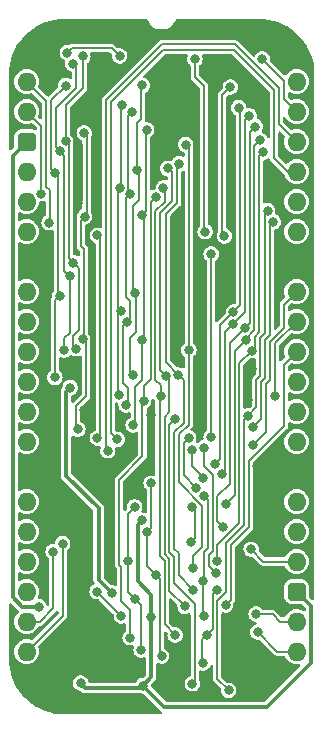
<source format=gbl>
%TF.GenerationSoftware,KiCad,Pcbnew,8.0.4*%
%TF.CreationDate,2024-08-13T15:25:11+02:00*%
%TF.ProjectId,SD Card Read Function,53442043-6172-4642-9052-656164204675,V1*%
%TF.SameCoordinates,PX525bfc0PY43d3480*%
%TF.FileFunction,Copper,L2,Bot*%
%TF.FilePolarity,Positive*%
%FSLAX46Y46*%
G04 Gerber Fmt 4.6, Leading zero omitted, Abs format (unit mm)*
G04 Created by KiCad (PCBNEW 8.0.4) date 2024-08-13 15:25:11*
%MOMM*%
%LPD*%
G01*
G04 APERTURE LIST*
G04 Aperture macros list*
%AMRoundRect*
0 Rectangle with rounded corners*
0 $1 Rounding radius*
0 $2 $3 $4 $5 $6 $7 $8 $9 X,Y pos of 4 corners*
0 Add a 4 corners polygon primitive as box body*
4,1,4,$2,$3,$4,$5,$6,$7,$8,$9,$2,$3,0*
0 Add four circle primitives for the rounded corners*
1,1,$1+$1,$2,$3*
1,1,$1+$1,$4,$5*
1,1,$1+$1,$6,$7*
1,1,$1+$1,$8,$9*
0 Add four rect primitives between the rounded corners*
20,1,$1+$1,$2,$3,$4,$5,0*
20,1,$1+$1,$4,$5,$6,$7,0*
20,1,$1+$1,$6,$7,$8,$9,0*
20,1,$1+$1,$8,$9,$2,$3,0*%
G04 Aperture macros list end*
%TA.AperFunction,ComponentPad*%
%ADD10O,1.600000X1.600000*%
%TD*%
%TA.AperFunction,ComponentPad*%
%ADD11RoundRect,0.400000X-0.400000X-0.400000X0.400000X-0.400000X0.400000X0.400000X-0.400000X0.400000X0*%
%TD*%
%TA.AperFunction,ComponentPad*%
%ADD12R,1.600000X1.600000*%
%TD*%
%TA.AperFunction,ViaPad*%
%ADD13C,0.800000*%
%TD*%
%TA.AperFunction,Conductor*%
%ADD14C,0.200000*%
%TD*%
%TA.AperFunction,Conductor*%
%ADD15C,0.380000*%
%TD*%
G04 APERTURE END LIST*
D10*
%TO.P,J7,1,Pin_1*%
%TO.N,Write Count Data Byte High*%
X0Y0D03*
%TO.P,J7,2,Pin_2*%
%TO.N,Write Count Data Byte Low*%
X0Y-2540000D03*
D11*
%TO.P,J7,3,Pin_3*%
%TO.N,5V*%
X0Y-5080000D03*
D10*
%TO.P,J7,4,Pin_4*%
%TO.N,~{Read CRC Started}*%
X0Y-7620000D03*
%TO.P,J7,5,Pin_5*%
%TO.N,~{Read Transmit Started}*%
X0Y-10160000D03*
%TO.P,J7,6,Pin_6*%
%TO.N,D7*%
X0Y-12700000D03*
D12*
%TO.P,J7,7,Pin_7*%
%TO.N,GND*%
X0Y-15240000D03*
D10*
%TO.P,J7,8,Pin_8*%
%TO.N,D6*%
X0Y-17780000D03*
%TO.P,J7,9,Pin_9*%
%TO.N,D5*%
X0Y-20320000D03*
%TO.P,J7,10,Pin_10*%
%TO.N,D4*%
X0Y-22860000D03*
%TO.P,J7,11,Pin_11*%
%TO.N,D3*%
X0Y-25400000D03*
%TO.P,J7,12,Pin_12*%
%TO.N,D2*%
X0Y-27940000D03*
%TO.P,J7,13,Pin_13*%
%TO.N,D1*%
X0Y-30480000D03*
D12*
%TO.P,J7,14,Pin_14*%
%TO.N,GND*%
X0Y-33020000D03*
D10*
%TO.P,J7,15,Pin_15*%
%TO.N,D0*%
X0Y-35560000D03*
%TO.P,J7,16,Pin_16*%
%TO.N,~{Load Down Count}*%
X0Y-38100000D03*
%TO.P,J7,17,Pin_17*%
%TO.N,~{Reset}*%
X0Y-40640000D03*
%TO.P,J7,18,Pin_18*%
%TO.N,Second Half CLK*%
X0Y-43180000D03*
%TO.P,J7,19,Pin_19*%
%TO.N,Q9*%
X0Y-45720000D03*
%TO.P,J7,20,Pin_20*%
%TO.N,Q8*%
X0Y-48260000D03*
%TO.P,J7,21,Pin_21*%
%TO.N,~{TCD}_{0..3}*%
X22860000Y-48260000D03*
%TO.P,J7,22,Pin_22*%
%TO.N,~{TCD}_{4..7}*%
X22860000Y-45720000D03*
D11*
%TO.P,J7,23,Pin_23*%
%TO.N,5V*%
X22860000Y-43180000D03*
D10*
%TO.P,J7,24,Pin_24*%
%TO.N,~{TCD}_{8..11}*%
X22860000Y-40640000D03*
%TO.P,J7,25,Pin_25*%
%TO.N,Q0*%
X22860000Y-38100000D03*
%TO.P,J7,26,Pin_26*%
%TO.N,Q1*%
X22860000Y-35560000D03*
D12*
%TO.P,J7,27,Pin_27*%
%TO.N,GND*%
X22860000Y-33020000D03*
D10*
%TO.P,J7,28,Pin_28*%
%TO.N,Q2*%
X22860000Y-30480000D03*
%TO.P,J7,29,Pin_29*%
%TO.N,Q3*%
X22860000Y-27940000D03*
%TO.P,J7,30,Pin_30*%
%TO.N,Q4*%
X22860000Y-25400000D03*
%TO.P,J7,31,Pin_31*%
%TO.N,Q5*%
X22860000Y-22860000D03*
%TO.P,J7,32,Pin_32*%
%TO.N,Q6*%
X22860000Y-20320000D03*
%TO.P,J7,33,Pin_33*%
%TO.N,Q7*%
X22860000Y-17780000D03*
D12*
%TO.P,J7,34,Pin_34*%
%TO.N,GND*%
X22860000Y-15240000D03*
D10*
%TO.P,J7,35,Pin_35*%
%TO.N,unconnected-(J7-Pin_35-Pad35)*%
X22860000Y-12700000D03*
%TO.P,J7,36,Pin_36*%
%TO.N,unconnected-(J7-Pin_36-Pad36)*%
X22860000Y-10160000D03*
%TO.P,J7,37,Pin_37*%
%TO.N,Q10*%
X22860000Y-7620000D03*
%TO.P,J7,38,Pin_38*%
%TO.N,Q11*%
X22860000Y-5080000D03*
%TO.P,J7,39,Pin_39*%
%TO.N,Write Count CRC Byte High*%
X22860000Y-2540000D03*
%TO.P,J7,40,Pin_40*%
%TO.N,Write Count CRC Byte Low*%
X22860000Y0D03*
%TD*%
D13*
%TO.N,/CPL_{11}*%
X15929831Y-32395169D03*
X17504669Y-19509000D03*
X17950355Y-2207966D03*
%TO.N,/CPL_{2}*%
X8763000Y-47092457D03*
X10910000Y-9791665D03*
X9905998Y-27051000D03*
%TO.N,/CPL_{7}*%
X19050000Y-22786687D03*
X19985000Y-6003270D03*
X16124375Y-40567342D03*
%TO.N,/CPL_{9}*%
X16637014Y-37719000D03*
X18474637Y-20844928D03*
X19358173Y-3814344D03*
%TO.N,5V*%
X1015996Y-44450000D03*
X9779000Y-37147979D03*
X4572000Y-50927000D03*
X9823528Y-51143468D03*
X10540990Y-45351000D03*
%TO.N,/CPL_{5}*%
X12849646Y-24813697D03*
X12904078Y-6949000D03*
X14117740Y-43041000D03*
%TO.N,GND*%
X2575113Y642235D03*
X3556000Y-47752000D03*
X8763000Y-49784000D03*
X4064000Y-2540000D03*
X12827000Y-20820344D03*
X5080000Y-33655000D03*
X12827000Y-17010344D03*
X18715000Y-26921334D03*
X1778000Y-17272000D03*
X1651000Y-20701000D03*
X12319000Y515656D03*
X4698994Y-41402002D03*
X21844000Y-6349998D03*
X23114002Y1778000D03*
X17319150Y-15113000D03*
X17319150Y-10287000D03*
X11247999Y-51054000D03*
X17526000Y889000D03*
X9911303Y-32928512D03*
X19431000Y-42545000D03*
X1651000Y-27813000D03*
X12970398Y-23821012D03*
X12319000Y-3294344D03*
X4324654Y-10280346D03*
X19508000Y-32575980D03*
X12827000Y-11176000D03*
X4894503Y-27805332D03*
X12319000Y-6096000D03*
X17319150Y-7256343D03*
X8763000Y1651000D03*
X10505158Y-28194000D03*
X2413000Y-33909000D03*
X17098462Y-48874512D03*
X18038000Y-39881998D03*
X7112000Y-41402000D03*
X19067000Y-24371999D03*
%TO.N,/3.3V*%
X7239000Y-43314000D03*
X3682990Y-25908000D03*
%TO.N,~{Reset}*%
X8558000Y-40582155D03*
X9700990Y-48133000D03*
X9144000Y-36004979D03*
X9155138Y-43837852D03*
%TO.N,D7*%
X4181485Y-22618898D03*
X3925000Y-15325831D03*
X4762183Y2124957D03*
X3303179Y-5038725D03*
%TO.N,D6*%
X3909814Y1511791D03*
X2794000Y-5899385D03*
X3641332Y-16499560D03*
X3188475Y-22736946D03*
%TO.N,D5*%
X9779000Y-324344D03*
X9353000Y-7493000D03*
X9017000Y-24814000D03*
X9156000Y-17907000D03*
%TO.N,D4*%
X2425000Y-7755716D03*
X2802501Y-18112000D03*
X3292217Y-337292D03*
X2390672Y-25041334D03*
%TO.N,D3*%
X8030626Y-1966533D03*
X7840492Y-26515163D03*
X7871415Y-9022181D03*
X8020463Y-19389253D03*
%TO.N,D2*%
X8775000Y-9525000D03*
X8418988Y-27373635D03*
X8902000Y-2552378D03*
X8521000Y-20312274D03*
%TO.N,D1*%
X9757969Y-11324119D03*
X9779000Y-21844000D03*
X9017000Y-29083000D03*
X10160000Y-4080264D03*
%TO.N,D0*%
X4342170Y-29435674D03*
X4733786Y-21785251D03*
X4902670Y-11435389D03*
X4871992Y-4342427D03*
%TO.N,/CPL_{1}*%
X17104006Y-51535687D03*
X20395451Y-10922513D03*
X18715159Y-28320992D03*
%TO.N,/CPL_{8}*%
X16847999Y-35747030D03*
X18542052Y-21867724D03*
X19759890Y-4966894D03*
%TO.N,/CPL_{6}*%
X13728000Y-22733000D03*
X13462000Y-5334000D03*
X14097000Y-41148000D03*
%TO.N,/CPL_{4}*%
X11811000Y-24892000D03*
X11953457Y-7349000D03*
X13412919Y-44429074D03*
%TO.N,/CPL_{10}*%
X16508000Y-33211085D03*
X18845525Y-2897994D03*
X17464532Y-20558235D03*
%TO.N,/CPL_{0}*%
X19184314Y-29204111D03*
X20874000Y-11868158D03*
X14028051Y-50985051D03*
X12586791Y-28541200D03*
%TO.N,/CPL_{3}*%
X12573000Y-46851000D03*
X11339000Y-26579610D03*
X11584958Y-8987341D03*
%TO.N,Write Count Data Byte High*%
X1905000Y-11938000D03*
%TO.N,~{Read Transmit Started}*%
X15623001Y-30099000D03*
X15623001Y-14605000D03*
%TO.N,Write Count Data Byte Low*%
X5981000Y-30179498D03*
X5981000Y-13014332D03*
X1227100Y-9479853D03*
%TO.N,~{TCD}_{0..3}*%
X15240000Y-46863000D03*
X14935837Y-49225837D03*
X19558000Y-46609000D03*
X16100855Y-43039856D03*
%TO.N,~{Load Down Count}*%
X11424472Y-48626002D03*
X10541000Y-34013979D03*
X10984000Y-41768001D03*
X10188000Y-38165979D03*
%TO.N,Second Half CLK*%
X8013000Y-45246639D03*
X5969004Y-43180000D03*
%TO.N,Q6*%
X21010000Y-26609281D03*
%TO.N,Q5*%
X16844625Y-44318001D03*
%TO.N,~{TCD}_{4..7}*%
X15048001Y-35098881D03*
X14974000Y-45276172D03*
X19431000Y-45085000D03*
X14908089Y-42291000D03*
%TO.N,Q7*%
X15013476Y-30998116D03*
X15991922Y-41608957D03*
X19158036Y-30734000D03*
%TO.N,Q9*%
X2241364Y-39788192D03*
%TO.N,Q11*%
X6858000Y-31242000D03*
X13989814Y-31162380D03*
X14928795Y-33582838D03*
%TO.N,Q10*%
X7680465Y-30286465D03*
X14340893Y-34391773D03*
X13716000Y-30164522D03*
%TO.N,Q8*%
X3048000Y-39116000D03*
%TO.N,~{TCD}_{8..11}*%
X14020999Y-36051780D03*
X18999104Y-39591384D03*
X13905000Y-38996000D03*
%TO.N,Write Count CRC Byte Low*%
X17244031Y-462275D03*
X16739150Y-13081000D03*
%TO.N,~{Read CRC Started}*%
X3441622Y2451632D03*
X15113000Y-12700000D03*
X14248998Y1917000D03*
X7874000Y2159000D03*
%TO.N,Write Count CRC Byte High*%
X19939000Y1904996D03*
%TD*%
D14*
%TO.N,/CPL_{3}*%
X11684000Y-40559057D02*
X11684000Y-45962000D01*
X11255158Y-40130215D02*
X11684000Y-40559057D01*
X11684000Y-45962000D02*
X12573000Y-46851000D01*
X11255158Y-26663452D02*
X11255158Y-40130215D01*
X11339000Y-26579610D02*
X11255158Y-26663452D01*
%TO.N,/CPL_{11}*%
X17504669Y-19509000D02*
X16408000Y-20605669D01*
X16408000Y-20605669D02*
X16408000Y-31917000D01*
X17504669Y-19509000D02*
X18069150Y-18944519D01*
X16408000Y-31917000D02*
X15929831Y-32395169D01*
X18069150Y-2326761D02*
X17950355Y-2207966D01*
X18069150Y-18944519D02*
X18069150Y-2326761D01*
%TO.N,/CPL_{2}*%
X8001000Y-43942000D02*
X8763000Y-44704000D01*
X9798000Y-27158998D02*
X9798000Y-31731000D01*
X10503000Y-25184000D02*
X9905998Y-25781002D01*
X8001000Y-41085816D02*
X8001000Y-43942000D01*
X9905998Y-25781002D02*
X9905998Y-27051000D01*
X9905998Y-27051000D02*
X9798000Y-27158998D01*
X7808000Y-40892816D02*
X8001000Y-41085816D01*
X9798000Y-31731000D02*
X7808000Y-33721000D01*
X8763000Y-44704000D02*
X8763000Y-47092457D01*
X7808000Y-33721000D02*
X7808000Y-40892816D01*
X10910000Y-9791665D02*
X10503000Y-10198665D01*
X10503000Y-10198665D02*
X10503000Y-25184000D01*
%TO.N,/CPL_{7}*%
X19985000Y-6003270D02*
X19685000Y-6303270D01*
X19050000Y-22786687D02*
X18008000Y-23828687D01*
X19685000Y-21232257D02*
X19292052Y-21625205D01*
X16148000Y-40543717D02*
X16124375Y-40567342D01*
X19685000Y-6303270D02*
X19685000Y-21232257D01*
X19292052Y-22544635D02*
X19050000Y-22786687D01*
X16148000Y-39268661D02*
X16148000Y-40543717D01*
X18008000Y-23828687D02*
X18008000Y-37408661D01*
X18008000Y-37408661D02*
X16148000Y-39268661D01*
X19292052Y-21625205D02*
X19292052Y-22544635D01*
%TO.N,/CPL_{9}*%
X17208000Y-22111565D02*
X17208000Y-34046159D01*
X16148000Y-35106159D02*
X16148000Y-37229986D01*
X18474637Y-20844928D02*
X17208000Y-22111565D01*
X17208000Y-34046159D02*
X16148000Y-35106159D01*
X18474637Y-20844928D02*
X18885000Y-20434565D01*
X18885000Y-4287517D02*
X19358173Y-3814344D01*
X18885000Y-20434565D02*
X18885000Y-4287517D01*
X16148000Y-37229986D02*
X16637014Y-37719000D01*
D15*
%TO.N,5V*%
X22860000Y-43180000D02*
X24050000Y-44370000D01*
X9823528Y-51143468D02*
X10540990Y-50426006D01*
X24050000Y-44370000D02*
X24050000Y-49229000D01*
X4976000Y-51331000D02*
X9635996Y-51331000D01*
X10540990Y-43433990D02*
X9398000Y-42291000D01*
X9635996Y-51331000D02*
X9823528Y-51143468D01*
X24050000Y-49229000D02*
X20320000Y-52959000D01*
X20320000Y-52959000D02*
X11639060Y-52959000D01*
X9398000Y-37528979D02*
X9779000Y-37147979D01*
X10540990Y-50426006D02*
X10540990Y-45351000D01*
X10540990Y-45351000D02*
X10540990Y-43433990D01*
X11639060Y-52959000D02*
X9823528Y-51143468D01*
X-412915Y-44450000D02*
X1015996Y-44450000D01*
X0Y-5080000D02*
X-1190000Y-6270000D01*
X4572000Y-50927000D02*
X4976000Y-51331000D01*
X-1190000Y-6270000D02*
X-1190000Y-43672915D01*
X9398000Y-42291000D02*
X9398000Y-37528979D01*
X-1190000Y-43672915D02*
X-412915Y-44450000D01*
D14*
%TO.N,/CPL_{5}*%
X12849646Y-24813697D02*
X11811000Y-23775051D01*
X12489814Y-29698839D02*
X12489814Y-39540814D01*
X12884000Y-41807260D02*
X14117740Y-43041000D01*
X12700000Y-7153078D02*
X12904078Y-6949000D01*
X12700000Y-10287000D02*
X12700000Y-7153078D01*
X11811000Y-11176000D02*
X12700000Y-10287000D01*
X13316000Y-28872653D02*
X12489814Y-29698839D01*
X12884000Y-39935000D02*
X12884000Y-41807260D01*
X12849646Y-24813697D02*
X13316000Y-25280051D01*
X11811000Y-23775051D02*
X11811000Y-11176000D01*
X13316000Y-25280051D02*
X13316000Y-28872653D01*
X12489814Y-39540814D02*
X12884000Y-39935000D01*
D15*
%TO.N,GND*%
X17098462Y-48874512D02*
X17098462Y-49864462D01*
X22860000Y-15240000D02*
X24050000Y-16430000D01*
X889000Y-33909000D02*
X2413000Y-33909000D01*
X17319150Y-7256343D02*
X17319150Y-10287000D01*
X1651000Y-31369000D02*
X0Y-33020000D01*
X4064000Y-4826000D02*
X4064000Y-3810000D01*
X24050000Y-5572911D02*
X24050000Y-5334000D01*
X18715000Y-26921334D02*
X18715000Y-24723999D01*
X4698994Y-36194994D02*
X2413000Y-33909000D01*
X24050000Y-16430000D02*
X24050000Y-31830000D01*
X12827000Y-20820344D02*
X12827000Y-17010344D01*
X19685000Y-32752980D02*
X19685000Y-37719000D01*
X5207000Y-1905000D02*
X8763000Y1651000D01*
X5080000Y-33655000D02*
X5080000Y-29718000D01*
X12319000Y-3294344D02*
X12319000Y515656D01*
X5207000Y-2540000D02*
X4064000Y-2540000D01*
X1651000Y-20701000D02*
X1651000Y-17399000D01*
X3556000Y-42544996D02*
X4698994Y-41402002D01*
X15949150Y-13743000D02*
X15949150Y-433850D01*
X7796000Y-50751000D02*
X8763000Y-49784000D01*
X17319150Y-10287000D02*
X17579150Y-10547000D01*
X24050000Y-7127085D02*
X23272913Y-6349998D01*
X4572000Y-6223000D02*
X4572000Y-5334000D01*
X19508000Y-32575980D02*
X19685000Y-32752980D01*
X18038000Y-39366000D02*
X18038000Y-39881998D01*
X17098462Y-45512538D02*
X19431000Y-43180000D01*
X24050000Y-5334000D02*
X24050000Y842002D01*
X24050000Y-31830000D02*
X22860000Y-33020000D01*
X0Y-15494000D02*
X1778000Y-17272000D01*
X4698994Y-41402002D02*
X4698994Y-36194994D01*
X12827000Y-17010344D02*
X12827000Y-11176000D01*
X5207000Y-2540000D02*
X5207000Y-1905000D01*
X17377922Y-52379000D02*
X12572999Y-52379000D01*
X3556000Y-47752000D02*
X6555000Y-50751000D01*
X12572999Y-52379000D02*
X11247999Y-51054000D01*
X17894006Y-50660006D02*
X17894006Y-51862916D01*
X5334000Y-29464000D02*
X5334000Y-28244829D01*
X4324654Y-10280346D02*
X4572000Y-10033000D01*
X23272913Y-6349998D02*
X24050000Y-5572911D01*
X0Y-33020000D02*
X889000Y-33909000D01*
X1651000Y-17399000D02*
X1778000Y-17272000D01*
X5334000Y-28244829D02*
X4894503Y-27805332D01*
X10668000Y-32171815D02*
X10668000Y-28356842D01*
X4894503Y-27805332D02*
X5588000Y-27111835D01*
X6555000Y-50751000D02*
X7796000Y-50751000D01*
X12319000Y-6096000D02*
X12319000Y-3294344D01*
X19431000Y-43180000D02*
X19431000Y-42545000D01*
X17579150Y-10547000D02*
X17579150Y-14853000D01*
X22860000Y-15240000D02*
X24050000Y-14050000D01*
X17319150Y-15113000D02*
X15949150Y-13743000D01*
X18715000Y-24723999D02*
X19067000Y-24371999D01*
X17894006Y-51862916D02*
X17377922Y-52379000D01*
X24050000Y-7366000D02*
X24050000Y-7127085D01*
X17098462Y-49864462D02*
X17894006Y-50660006D01*
X5588000Y-14097000D02*
X5080000Y-13589000D01*
X19889001Y-32956981D02*
X19889001Y-33020000D01*
X24050000Y-14050000D02*
X24050000Y-7366000D01*
X19508000Y-32575980D02*
X19889001Y-32956981D01*
X19889001Y-33020000D02*
X22860000Y-33020000D01*
X3556000Y-47752000D02*
X3556000Y-42544996D01*
X1440314Y-27602314D02*
X1651000Y-27813000D01*
X5969000Y-11557000D02*
X5969000Y-3302000D01*
X1651000Y-20701000D02*
X1440314Y-20911686D01*
X1651000Y-27813000D02*
X1651000Y-31369000D01*
X23272913Y-6349998D02*
X21844000Y-6349998D01*
X1440314Y-20911686D02*
X1440314Y-27602314D01*
X17579150Y-14853000D02*
X17319150Y-15113000D01*
X5080000Y-12446000D02*
X5969000Y-11557000D01*
X12970398Y-23821012D02*
X12827000Y-23677614D01*
X4572000Y-10033000D02*
X4572000Y-6223000D01*
X17272000Y889000D02*
X17526000Y889000D01*
X19685000Y-37719000D02*
X18038000Y-39366000D01*
X15949150Y-433850D02*
X17272000Y889000D01*
X12827000Y-23677614D02*
X12827000Y-20820344D01*
X4572000Y-5334000D02*
X4064000Y-4826000D01*
X5080000Y-13589000D02*
X5080000Y-12446000D01*
X4064000Y-3810000D02*
X4064000Y-2540000D01*
X5969000Y-3302000D02*
X5207000Y-2540000D01*
X17098462Y-48874512D02*
X17098462Y-45512538D01*
X9911303Y-32928512D02*
X10668000Y-32171815D01*
X19431000Y-41274998D02*
X18038000Y-39881998D01*
X5588000Y-27111835D02*
X5588000Y-14097000D01*
X24050000Y842002D02*
X23114002Y1778000D01*
X5080000Y-29718000D02*
X5334000Y-29464000D01*
X19431000Y-42545000D02*
X19431000Y-41274998D01*
X10668000Y-28356842D02*
X10505158Y-28194000D01*
%TO.N,/3.3V*%
X6096000Y-42171000D02*
X6096000Y-36136756D01*
X3351000Y-33391756D02*
X3351000Y-26239990D01*
X7239000Y-43314000D02*
X6096000Y-42171000D01*
X3351000Y-26239990D02*
X3682990Y-25908000D01*
X6096000Y-36136756D02*
X3351000Y-33391756D01*
D14*
%TO.N,~{Reset}*%
X9144000Y-36004979D02*
X8558000Y-36590979D01*
X8558000Y-36590979D02*
X8558000Y-40582155D01*
X9155138Y-43837852D02*
X9652000Y-44334714D01*
X9652000Y-48084010D02*
X9700990Y-48133000D01*
X9155138Y-43837852D02*
X8558000Y-43240714D01*
X8558000Y-43240714D02*
X8558000Y-40582155D01*
X9652000Y-44334714D02*
X9652000Y-48084010D01*
%TO.N,D7*%
X3949000Y-21533339D02*
X4414000Y-21068339D01*
X4414000Y-15814831D02*
X3925000Y-15325831D01*
X3303179Y-5038725D02*
X3575000Y-5310546D01*
X4414000Y-21068339D02*
X4414000Y-15814831D01*
X3575000Y-14975831D02*
X3925000Y-15325831D01*
X4181485Y-22618898D02*
X3949000Y-22386413D01*
X3303179Y-5038725D02*
X3303179Y-2006168D01*
X3575000Y-5310546D02*
X3575000Y-14975831D01*
X4762183Y-547164D02*
X4762183Y2124957D01*
X3303179Y-2006168D02*
X4762183Y-547164D01*
X3949000Y-22386413D02*
X3949000Y-21533339D01*
%TO.N,D6*%
X3188475Y-22736946D02*
X3188475Y-21728179D01*
X3641332Y-16499560D02*
X3175000Y-16033228D01*
X2474000Y-2269661D02*
X2474000Y-5579385D01*
X3188475Y-21728179D02*
X3641332Y-21275322D01*
X3175000Y-6280385D02*
X2794000Y-5899385D01*
X3175000Y-16033228D02*
X3175000Y-6280385D01*
X4179000Y-564661D02*
X2474000Y-2269661D01*
X2474000Y-5579385D02*
X2794000Y-5899385D01*
X3641332Y-21275322D02*
X3641332Y-16499560D01*
X3909814Y1511791D02*
X4179000Y1242605D01*
X4179000Y1242605D02*
X4179000Y-564661D01*
%TO.N,D5*%
X9017000Y-24814000D02*
X8763000Y-24560000D01*
X9525000Y-10033000D02*
X9525000Y-7665000D01*
X9007969Y-10550031D02*
X9525000Y-10033000D01*
X9652000Y-3175000D02*
X9353000Y-3474000D01*
X8763000Y-21717000D02*
X9271000Y-21209000D01*
X9156000Y-17907000D02*
X9007969Y-17758969D01*
X9271000Y-21209000D02*
X9271000Y-18022000D01*
X9652000Y-451344D02*
X9652000Y-3175000D01*
X9353000Y-3474000D02*
X9353000Y-7493000D01*
X9525000Y-7665000D02*
X9353000Y-7493000D01*
X9271000Y-18022000D02*
X9156000Y-17907000D01*
X9779000Y-324344D02*
X9652000Y-451344D01*
X8763000Y-24560000D02*
X8763000Y-21717000D01*
X9007969Y-17758969D02*
X9007969Y-10550031D01*
%TO.N,D4*%
X2802501Y-18112000D02*
X2667000Y-17976499D01*
X2802501Y-18112000D02*
X2390666Y-18523835D01*
X2390666Y-25041328D02*
X2390672Y-25041334D01*
X3292217Y-337292D02*
X2074000Y-1555509D01*
X2390666Y-18523835D02*
X2390666Y-25041328D01*
X2074000Y-7404716D02*
X2425000Y-7755716D01*
X2667000Y-7997716D02*
X2425000Y-7755716D01*
X2667000Y-17976499D02*
X2667000Y-7997716D01*
X2074000Y-1555509D02*
X2074000Y-7404716D01*
%TO.N,D3*%
X7740000Y-26414671D02*
X7840492Y-26515163D01*
X8030626Y-1966533D02*
X7948166Y-2048993D01*
X7948166Y-8945430D02*
X7871415Y-9022181D01*
X7747000Y-19115790D02*
X7747000Y-9146596D01*
X8020463Y-19389253D02*
X7740000Y-19669716D01*
X7740000Y-19669716D02*
X7740000Y-26414671D01*
X7747000Y-9146596D02*
X7871415Y-9022181D01*
X7948166Y-2048993D02*
X7948166Y-8945430D01*
X8020463Y-19389253D02*
X7747000Y-19115790D01*
%TO.N,D2*%
X8406000Y-18217661D02*
X8406000Y-9894000D01*
X8763000Y-20070274D02*
X8763000Y-18574661D01*
X8541006Y-27251617D02*
X8418988Y-27373635D01*
X8521000Y-20312274D02*
X8763000Y-20070274D01*
X8603000Y-2851378D02*
X8603000Y-9353000D01*
X8541006Y-25940006D02*
X8541006Y-27251617D01*
X8521000Y-20312274D02*
X8140000Y-20693274D01*
X8140000Y-25539000D02*
X8541006Y-25940006D01*
X8406000Y-9894000D02*
X8775000Y-9525000D01*
X8902000Y-2552378D02*
X8603000Y-2851378D01*
X8763000Y-18574661D02*
X8406000Y-18217661D01*
X8603000Y-9353000D02*
X8775000Y-9525000D01*
X8140000Y-20693274D02*
X8140000Y-25539000D01*
%TO.N,D1*%
X9906000Y-21717000D02*
X9906000Y-11472150D01*
X9156000Y-28944000D02*
X9017000Y-29083000D01*
X9156000Y-25896000D02*
X9156000Y-28944000D01*
X9779000Y-25273000D02*
X9156000Y-25896000D01*
X9779000Y-21844000D02*
X9906000Y-21717000D01*
X10160000Y-4080264D02*
X10103000Y-4137264D01*
X9906000Y-11472150D02*
X9757969Y-11324119D01*
X10103000Y-4137264D02*
X10103000Y-10979088D01*
X9779000Y-21844000D02*
X9779000Y-25273000D01*
X10103000Y-10979088D02*
X9757969Y-11324119D01*
%TO.N,D0*%
X4572000Y-11766059D02*
X4902670Y-11435389D01*
X4844000Y-21675037D02*
X4844000Y-14172965D01*
X5074657Y-11263402D02*
X4902670Y-11435389D01*
X4342170Y-29435674D02*
X4194503Y-29288007D01*
X5074657Y-4545092D02*
X5074657Y-11263402D01*
X4844000Y-14172965D02*
X4572000Y-13900965D01*
X4194503Y-29288007D02*
X4194503Y-27444671D01*
X4572000Y-13900965D02*
X4572000Y-11766059D01*
X4194503Y-27444671D02*
X5004036Y-26635138D01*
X4733786Y-21785251D02*
X4844000Y-21675037D01*
X4871992Y-4342427D02*
X5074657Y-4545092D01*
X5004036Y-26635138D02*
X5004036Y-22055501D01*
X5004036Y-22055501D02*
X4733786Y-21785251D01*
%TO.N,/CPL_{1}*%
X19774000Y-21708942D02*
X20174000Y-21308942D01*
X16141000Y-43989662D02*
X16891000Y-43239662D01*
X20174000Y-21308942D02*
X20174000Y-11143964D01*
X18715159Y-28320992D02*
X19460000Y-27576151D01*
X16891000Y-39091347D02*
X18408000Y-37574347D01*
X17104006Y-51535687D02*
X16141000Y-50572681D01*
X19460000Y-25255628D02*
X19774000Y-24941628D01*
X19774000Y-24941628D02*
X19774000Y-21708942D01*
X16891000Y-43239662D02*
X16891000Y-39091347D01*
X18408000Y-37574347D02*
X18408000Y-28628151D01*
X18408000Y-28628151D02*
X18715159Y-28320992D01*
X19460000Y-27576151D02*
X19460000Y-25255628D01*
X20174000Y-11143964D02*
X20395451Y-10922513D01*
X16141000Y-50572681D02*
X16141000Y-43989662D01*
%TO.N,/CPL_{8}*%
X16847999Y-35747030D02*
X17608000Y-34987029D01*
X18542052Y-21809519D02*
X19285000Y-21066571D01*
X19285000Y-5441784D02*
X19759890Y-4966894D01*
X17608000Y-22801776D02*
X18542052Y-21867724D01*
X17608000Y-34987029D02*
X17608000Y-22801776D01*
X19285000Y-21066571D02*
X19285000Y-5441784D01*
X18542052Y-21867724D02*
X18542052Y-21809519D01*
%TO.N,/CPL_{6}*%
X14097000Y-41148000D02*
X14097000Y-40132000D01*
X14859000Y-39370000D02*
X14859000Y-35899830D01*
X13716000Y-22745000D02*
X13728000Y-22733000D01*
X12889814Y-29864525D02*
X13716000Y-29038339D01*
X14859000Y-35899830D02*
X12889814Y-33930644D01*
X12889814Y-33930644D02*
X12889814Y-29864525D01*
X13716000Y-29038339D02*
X13716000Y-22745000D01*
X13728000Y-22733000D02*
X13728000Y-5600000D01*
X13728000Y-5600000D02*
X13462000Y-5334000D01*
X14097000Y-40132000D02*
X14859000Y-39370000D01*
%TO.N,/CPL_{4}*%
X12084000Y-25165000D02*
X11811000Y-24892000D01*
X12084000Y-27983331D02*
X12084000Y-25165000D01*
X13412919Y-44429074D02*
X12084000Y-43100155D01*
X11811000Y-24892000D02*
X11303000Y-24384000D01*
X12300000Y-7695543D02*
X11953457Y-7349000D01*
X11689814Y-39999185D02*
X11689814Y-28377517D01*
X11303000Y-24384000D02*
X11303000Y-11118314D01*
X12084000Y-43100155D02*
X12084000Y-40393371D01*
X12300000Y-10121314D02*
X12300000Y-7695543D01*
X11689814Y-28377517D02*
X12084000Y-27983331D01*
X12084000Y-40393371D02*
X11689814Y-39999185D01*
X11303000Y-11118314D02*
X12300000Y-10121314D01*
%TO.N,/CPL_{10}*%
X17464532Y-20558235D02*
X18485000Y-19537767D01*
X16508000Y-33211085D02*
X16808000Y-32911085D01*
X16808000Y-32911085D02*
X16808000Y-21214767D01*
X18485000Y-3258519D02*
X18845525Y-2897994D01*
X18485000Y-19537767D02*
X18485000Y-3258519D01*
X16808000Y-21214767D02*
X17464532Y-20558235D01*
%TO.N,/CPL_{0}*%
X20174000Y-21874628D02*
X20174000Y-25107314D01*
X19860000Y-25421314D02*
X19860000Y-28528425D01*
X20874000Y-11868158D02*
X20574000Y-12168158D01*
X12089814Y-29038177D02*
X12586791Y-28541200D01*
X19860000Y-28528425D02*
X19184314Y-29204111D01*
X20174000Y-25107314D02*
X19860000Y-25421314D01*
X12484000Y-40227685D02*
X12089814Y-39833499D01*
X14224000Y-44207921D02*
X12484000Y-42467921D01*
X20574000Y-21474628D02*
X20174000Y-21874628D01*
X14028051Y-50985051D02*
X14224000Y-50789102D01*
X12089814Y-39833499D02*
X12089814Y-29038177D01*
X20574000Y-12168158D02*
X20574000Y-21474628D01*
X12484000Y-42467921D02*
X12484000Y-40227685D01*
X14224000Y-50789102D02*
X14224000Y-44207921D01*
%TO.N,/CPL_{3}*%
X10903000Y-10941000D02*
X10903000Y-25254000D01*
X10903000Y-25254000D02*
X11339000Y-25690000D01*
X11584958Y-8987341D02*
X11677000Y-9079383D01*
X11339000Y-25690000D02*
X11339000Y-26579610D01*
X11677000Y-9079383D02*
X11677000Y-10167000D01*
X11677000Y-10167000D02*
X10903000Y-10941000D01*
%TO.N,Write Count Data Byte High*%
X0Y0D02*
X1674000Y-1674000D01*
X1674000Y-1674000D02*
X1674000Y-8867000D01*
X1975000Y-11868000D02*
X1905000Y-11938000D01*
X1651000Y-8890000D02*
X1975000Y-9214000D01*
X1975000Y-9214000D02*
X1975000Y-11868000D01*
X1674000Y-8867000D02*
X1651000Y-8890000D01*
%TO.N,~{Read Transmit Started}*%
X15623001Y-14605000D02*
X15623001Y-30099000D01*
%TO.N,Write Count Data Byte Low*%
X1227100Y-3767100D02*
X1227100Y-9479853D01*
X5981000Y-13014332D02*
X6204000Y-13237332D01*
X0Y-2540000D02*
X1227100Y-3767100D01*
X6204000Y-13237332D02*
X6204000Y-29956498D01*
X6204000Y-29956498D02*
X5981000Y-30179498D01*
%TO.N,~{TCD}_{0..3}*%
X14878000Y-47225000D02*
X15240000Y-46863000D01*
X15741000Y-43399711D02*
X15741000Y-46362000D01*
X22860000Y-48260000D02*
X21209000Y-48260000D01*
X21209000Y-48260000D02*
X19558000Y-46609000D01*
X14878000Y-49168000D02*
X14878000Y-47225000D01*
X15741000Y-46362000D02*
X15240000Y-46863000D01*
X14935837Y-49225837D02*
X14878000Y-49168000D01*
X16100855Y-43039856D02*
X15741000Y-43399711D01*
%TO.N,~{Load Down Count}*%
X10984000Y-41768001D02*
X11284000Y-42068001D01*
X10188000Y-38165979D02*
X10188000Y-40972001D01*
X11284000Y-42068001D02*
X11284000Y-48485530D01*
X11284000Y-48485530D02*
X11424472Y-48626002D01*
X10541003Y-37812976D02*
X10541003Y-34013982D01*
X10188000Y-40972001D02*
X10984000Y-41768001D01*
X10541003Y-34013982D02*
X10541000Y-34013979D01*
X10188000Y-38165979D02*
X10541003Y-37812976D01*
%TO.N,Second Half CLK*%
X5969004Y-43180000D02*
X8013000Y-45223996D01*
X8013000Y-45223996D02*
X8013000Y-45246639D01*
%TO.N,Q6*%
X22860000Y-20320000D02*
X21010000Y-22170000D01*
X21010000Y-22170000D02*
X21010000Y-26609281D01*
%TO.N,Q5*%
X21760000Y-29167000D02*
X21760000Y-23960000D01*
X18808000Y-32119000D02*
X21760000Y-29167000D01*
X16844625Y-44318001D02*
X17291000Y-43871626D01*
X18808000Y-37740032D02*
X18808000Y-32119000D01*
X17291000Y-43871626D02*
X17291000Y-39257032D01*
X21760000Y-23960000D02*
X22860000Y-22860000D01*
X17291000Y-39257032D02*
X18808000Y-37740032D01*
%TO.N,~{TCD}_{4..7}*%
X15048001Y-35098881D02*
X15348000Y-35398880D01*
X15348000Y-39516000D02*
X15017821Y-39846179D01*
X21463000Y-45720000D02*
X20828000Y-45085000D01*
X14908089Y-45210261D02*
X14974000Y-45276172D01*
X15348000Y-35398880D02*
X15348000Y-39516000D01*
X22860000Y-45720000D02*
X21463000Y-45720000D01*
X14908089Y-42291000D02*
X14908089Y-45210261D01*
X15017821Y-42181268D02*
X14908089Y-42291000D01*
X15017821Y-39846179D02*
X15017821Y-42181268D01*
X20828000Y-45085000D02*
X19431000Y-45085000D01*
%TO.N,Q7*%
X20260000Y-29632036D02*
X19158036Y-30734000D01*
X15748000Y-39751000D02*
X15748000Y-33274000D01*
X21760000Y-20854314D02*
X20574000Y-22040314D01*
X15748000Y-33274000D02*
X15013476Y-32539476D01*
X15991922Y-41608957D02*
X15417820Y-41034855D01*
X22860000Y-17780000D02*
X21760000Y-18880000D01*
X15013476Y-32539476D02*
X15013476Y-30998116D01*
X15417820Y-40081180D02*
X15748000Y-39751000D01*
X15417820Y-41034855D02*
X15417820Y-40081180D01*
X20574000Y-25273000D02*
X20260000Y-25587000D01*
X21760000Y-18880000D02*
X21760000Y-20854314D01*
X20574000Y-22040314D02*
X20574000Y-25273000D01*
X20260000Y-25587000D02*
X20260000Y-29632036D01*
%TO.N,Q9*%
X2241364Y-44610006D02*
X2241364Y-39788192D01*
X1131370Y-45720000D02*
X2241364Y-44610006D01*
X0Y-45720000D02*
X1131370Y-45720000D01*
%TO.N,Q11*%
X6731000Y-31115000D02*
X6858000Y-31242000D01*
X14928795Y-33494050D02*
X14928795Y-33582838D01*
X13989814Y-31162380D02*
X13989814Y-32555069D01*
X21355000Y-571661D02*
X17608339Y3175000D01*
X13989814Y-32555069D02*
X14928795Y-33494050D01*
X6731000Y-1524000D02*
X6731000Y-31115000D01*
X17608339Y3175000D02*
X11430000Y3175000D01*
X21355000Y-3575000D02*
X21355000Y-571661D01*
X22860000Y-5080000D02*
X21355000Y-3575000D01*
X11430000Y3175000D02*
X6731000Y-1524000D01*
%TO.N,Q10*%
X20955000Y-737347D02*
X17550653Y2667000D01*
X22860000Y-7620000D02*
X22098000Y-7620000D01*
X11557000Y2667000D02*
X7131000Y-1759000D01*
X13289814Y-30590708D02*
X13716000Y-30164522D01*
X13289814Y-33340694D02*
X13289814Y-30590708D01*
X22098000Y-7620000D02*
X20955000Y-6477000D01*
X17550653Y2667000D02*
X11557000Y2667000D01*
X20955000Y-6477000D02*
X20955000Y-737347D01*
X7131000Y-29737000D02*
X7680465Y-30286465D01*
X7131000Y-1759000D02*
X7131000Y-29737000D01*
X14340893Y-34391773D02*
X13289814Y-33340694D01*
%TO.N,Q8*%
X3048000Y-45212000D02*
X3048000Y-39116000D01*
X0Y-48260000D02*
X3048000Y-45212000D01*
%TO.N,~{TCD}_{8..11}*%
X22860000Y-40640000D02*
X20047720Y-40640000D01*
X14224000Y-38677000D02*
X13905000Y-38996000D01*
X20047720Y-40640000D02*
X18999104Y-39591384D01*
X14224000Y-36254781D02*
X14224000Y-38677000D01*
X14020999Y-36051780D02*
X14224000Y-36254781D01*
%TO.N,Write Count CRC Byte Low*%
X17244031Y-462275D02*
X16569150Y-1137156D01*
X16569150Y-12911000D02*
X16739150Y-13081000D01*
X16569150Y-1137156D02*
X16569150Y-12911000D01*
%TO.N,~{Read CRC Started}*%
X14986000Y-345893D02*
X14986000Y-12573000D01*
X14986000Y-12573000D02*
X15113000Y-12700000D01*
X7204165Y2828835D02*
X7874000Y2159000D01*
X14248998Y391109D02*
X14986000Y-345893D01*
X3441622Y2451632D02*
X3818825Y2828835D01*
X3818825Y2828835D02*
X7204165Y2828835D01*
X14248998Y1917000D02*
X14248998Y391109D01*
%TO.N,Write Count CRC Byte High*%
X21755000Y-1435000D02*
X21755000Y88996D01*
X22860000Y-2540000D02*
X21755000Y-1435000D01*
X21755000Y88996D02*
X19939000Y1904996D01*
%TD*%
%TA.AperFunction,Conductor*%
%TO.N,GND*%
G36*
X-1299297Y-44187025D02*
G01*
X-1292819Y-44193057D01*
X-714560Y-44771316D01*
X-681075Y-44832639D01*
X-686059Y-44902331D01*
X-723574Y-44954849D01*
X-746412Y-44973592D01*
X-877683Y-45133546D01*
X-975231Y-45316043D01*
X-1035301Y-45514067D01*
X-1055583Y-45720000D01*
X-1035301Y-45925932D01*
X-1005266Y-46024944D01*
X-975232Y-46123954D01*
X-877685Y-46306450D01*
X-877683Y-46306452D01*
X-746411Y-46466410D01*
X-649791Y-46545702D01*
X-586450Y-46597685D01*
X-403954Y-46695232D01*
X-205934Y-46755300D01*
X-205935Y-46755300D01*
X-187471Y-46757118D01*
X0Y-46775583D01*
X205934Y-46755300D01*
X403954Y-46695232D01*
X586450Y-46597685D01*
X746410Y-46466410D01*
X877685Y-46306450D01*
X968769Y-46136046D01*
X1017732Y-46086202D01*
X1078127Y-46070500D01*
X1177512Y-46070500D01*
X1177514Y-46070500D01*
X1266658Y-46046614D01*
X1346582Y-46000470D01*
X1397000Y-45950052D01*
X1397000Y-46367316D01*
X514508Y-47249808D01*
X453185Y-47283293D01*
X390833Y-47280788D01*
X205934Y-47224700D01*
X205932Y-47224699D01*
X205934Y-47224699D01*
X0Y-47204417D01*
X-205933Y-47224699D01*
X-381308Y-47277898D01*
X-399091Y-47283293D01*
X-403957Y-47284769D01*
X-514102Y-47343643D01*
X-586450Y-47382315D01*
X-586452Y-47382316D01*
X-586453Y-47382317D01*
X-746411Y-47513589D01*
X-877683Y-47673547D01*
X-975231Y-47856043D01*
X-1035301Y-48054067D01*
X-1055583Y-48260000D01*
X-1035301Y-48465932D01*
X-1035300Y-48465934D01*
X-975232Y-48663954D01*
X-877685Y-48846450D01*
X-877683Y-48846452D01*
X-746411Y-49006410D01*
X-649791Y-49085702D01*
X-586450Y-49137685D01*
X-403954Y-49235232D01*
X-205934Y-49295300D01*
X-205935Y-49295300D01*
X-187471Y-49297118D01*
X0Y-49315583D01*
X205934Y-49295300D01*
X403954Y-49235232D01*
X586450Y-49137685D01*
X746410Y-49006410D01*
X877685Y-48846450D01*
X975232Y-48663954D01*
X1035300Y-48465934D01*
X1055583Y-48260000D01*
X1035300Y-48054066D01*
X979210Y-47869163D01*
X978588Y-47799298D01*
X1010189Y-47745491D01*
X1397000Y-47358681D01*
X1397000Y-53218761D01*
X1202356Y-53138137D01*
X1192552Y-53133565D01*
X840057Y-52950068D01*
X830689Y-52944660D01*
X495511Y-52731128D01*
X486650Y-52724923D01*
X171367Y-52482998D01*
X163080Y-52476044D01*
X-129915Y-52207563D01*
X-137564Y-52199914D01*
X-406045Y-51906919D01*
X-412999Y-51898632D01*
X-654924Y-51583349D01*
X-661129Y-51574488D01*
X-874661Y-51239310D01*
X-880069Y-51229942D01*
X-1063566Y-50877447D01*
X-1068138Y-50867643D01*
X-1220221Y-50500483D01*
X-1223921Y-50490317D01*
X-1343421Y-50111311D01*
X-1346221Y-50100863D01*
X-1432238Y-49712866D01*
X-1434116Y-49702212D01*
X-1451064Y-49573477D01*
X-1485989Y-49308195D01*
X-1486929Y-49297459D01*
X-1504382Y-48897702D01*
X-1504500Y-48892293D01*
X-1504500Y-44280738D01*
X-1484815Y-44213699D01*
X-1432011Y-44167944D01*
X-1362853Y-44158000D01*
X-1299297Y-44187025D01*
G37*
%TD.AperFunction*%
%TA.AperFunction,Conductor*%
G36*
X1397000Y-11528847D02*
G01*
X1324781Y-11633475D01*
X1324780Y-11633476D01*
X1268762Y-11781181D01*
X1249722Y-11937999D01*
X1249722Y-11938000D01*
X1268762Y-12094818D01*
X1324780Y-12242523D01*
X1397000Y-12347152D01*
X1397000Y-43918480D01*
X1388236Y-43910717D01*
X1388234Y-43910715D01*
X1248361Y-43837303D01*
X1094982Y-43799500D01*
X1094981Y-43799500D01*
X1066902Y-43799500D01*
X999863Y-43779815D01*
X954108Y-43727011D01*
X944164Y-43657853D01*
X957544Y-43617047D01*
X975230Y-43583958D01*
X975230Y-43583957D01*
X975232Y-43583954D01*
X1035300Y-43385934D01*
X1055583Y-43180000D01*
X1035300Y-42974066D01*
X975232Y-42776046D01*
X877685Y-42593550D01*
X825702Y-42530209D01*
X746410Y-42433589D01*
X628677Y-42336969D01*
X586450Y-42302315D01*
X403954Y-42204768D01*
X205934Y-42144700D01*
X205932Y-42144699D01*
X205934Y-42144699D01*
X0Y-42124417D01*
X-205933Y-42144699D01*
X-403959Y-42204769D01*
X-567047Y-42291943D01*
X-635449Y-42306185D01*
X-700693Y-42281185D01*
X-742064Y-42224880D01*
X-749500Y-42182585D01*
X-749500Y-41637414D01*
X-729815Y-41570375D01*
X-677011Y-41524620D01*
X-607853Y-41514676D01*
X-567050Y-41528054D01*
X-403954Y-41615232D01*
X-205934Y-41675300D01*
X-205935Y-41675300D01*
X-187471Y-41677118D01*
X0Y-41695583D01*
X205934Y-41675300D01*
X403954Y-41615232D01*
X586450Y-41517685D01*
X746410Y-41386410D01*
X877685Y-41226450D01*
X975232Y-41043954D01*
X1035300Y-40845934D01*
X1055583Y-40640000D01*
X1035300Y-40434066D01*
X975232Y-40236046D01*
X877685Y-40053550D01*
X788609Y-39945010D01*
X746410Y-39893589D01*
X617981Y-39788192D01*
X586450Y-39762315D01*
X403954Y-39664768D01*
X205934Y-39604700D01*
X205932Y-39604699D01*
X205934Y-39604699D01*
X0Y-39584417D01*
X-205933Y-39604699D01*
X-403959Y-39664769D01*
X-567047Y-39751943D01*
X-635449Y-39766185D01*
X-700693Y-39741185D01*
X-742064Y-39684880D01*
X-749500Y-39642585D01*
X-749500Y-39097414D01*
X-729815Y-39030375D01*
X-677011Y-38984620D01*
X-607853Y-38974676D01*
X-567050Y-38988054D01*
X-403954Y-39075232D01*
X-205934Y-39135300D01*
X-205935Y-39135300D01*
X-187471Y-39137118D01*
X0Y-39155583D01*
X205934Y-39135300D01*
X403954Y-39075232D01*
X586450Y-38977685D01*
X746410Y-38846410D01*
X877685Y-38686450D01*
X975232Y-38503954D01*
X1035300Y-38305934D01*
X1055583Y-38100000D01*
X1035300Y-37894066D01*
X975232Y-37696046D01*
X877685Y-37513550D01*
X825702Y-37450209D01*
X746410Y-37353589D01*
X628677Y-37256969D01*
X586450Y-37222315D01*
X403954Y-37124768D01*
X205934Y-37064700D01*
X205932Y-37064699D01*
X205934Y-37064699D01*
X0Y-37044417D01*
X-205933Y-37064699D01*
X-403959Y-37124769D01*
X-567047Y-37211943D01*
X-635449Y-37226185D01*
X-700693Y-37201185D01*
X-742064Y-37144880D01*
X-749500Y-37102585D01*
X-749500Y-36557414D01*
X-729815Y-36490375D01*
X-677011Y-36444620D01*
X-607853Y-36434676D01*
X-567050Y-36448054D01*
X-403954Y-36535232D01*
X-205934Y-36595300D01*
X-205935Y-36595300D01*
X-187471Y-36597118D01*
X0Y-36615583D01*
X205934Y-36595300D01*
X403954Y-36535232D01*
X586450Y-36437685D01*
X746410Y-36306410D01*
X877685Y-36146450D01*
X975232Y-35963954D01*
X1035300Y-35765934D01*
X1055583Y-35560000D01*
X1035300Y-35354066D01*
X975232Y-35156046D01*
X877685Y-34973550D01*
X825702Y-34910209D01*
X746410Y-34813589D01*
X628677Y-34716969D01*
X586450Y-34682315D01*
X403954Y-34584768D01*
X205934Y-34524700D01*
X205932Y-34524699D01*
X205934Y-34524699D01*
X0Y-34504417D01*
X-205933Y-34524699D01*
X-403959Y-34584769D01*
X-567047Y-34671943D01*
X-635449Y-34686185D01*
X-700693Y-34661185D01*
X-742064Y-34604880D01*
X-749500Y-34562585D01*
X-749500Y-31477414D01*
X-729815Y-31410375D01*
X-677011Y-31364620D01*
X-607853Y-31354676D01*
X-567050Y-31368054D01*
X-403954Y-31455232D01*
X-205934Y-31515300D01*
X-205935Y-31515300D01*
X-187471Y-31517118D01*
X0Y-31535583D01*
X205934Y-31515300D01*
X403954Y-31455232D01*
X586450Y-31357685D01*
X746410Y-31226410D01*
X877685Y-31066450D01*
X975232Y-30883954D01*
X1035300Y-30685934D01*
X1055583Y-30480000D01*
X1035300Y-30274066D01*
X975232Y-30076046D01*
X877685Y-29893550D01*
X825702Y-29830209D01*
X746410Y-29733589D01*
X628677Y-29636969D01*
X586450Y-29602315D01*
X403954Y-29504768D01*
X205934Y-29444700D01*
X205932Y-29444699D01*
X205934Y-29444699D01*
X0Y-29424417D01*
X-205933Y-29444699D01*
X-403959Y-29504769D01*
X-567047Y-29591943D01*
X-635449Y-29606185D01*
X-700693Y-29581185D01*
X-742064Y-29524880D01*
X-749500Y-29482585D01*
X-749500Y-28937414D01*
X-729815Y-28870375D01*
X-677011Y-28824620D01*
X-607853Y-28814676D01*
X-567050Y-28828054D01*
X-403954Y-28915232D01*
X-205934Y-28975300D01*
X-205935Y-28975300D01*
X-187471Y-28977118D01*
X0Y-28995583D01*
X205934Y-28975300D01*
X403954Y-28915232D01*
X586450Y-28817685D01*
X746410Y-28686410D01*
X877685Y-28526450D01*
X975232Y-28343954D01*
X1035300Y-28145934D01*
X1055583Y-27940000D01*
X1035300Y-27734066D01*
X975232Y-27536046D01*
X877685Y-27353550D01*
X825702Y-27290209D01*
X746410Y-27193589D01*
X628677Y-27096969D01*
X586450Y-27062315D01*
X403954Y-26964768D01*
X205934Y-26904700D01*
X205932Y-26904699D01*
X205934Y-26904699D01*
X0Y-26884417D01*
X-205933Y-26904699D01*
X-403959Y-26964769D01*
X-567047Y-27051943D01*
X-635449Y-27066185D01*
X-700693Y-27041185D01*
X-742064Y-26984880D01*
X-749500Y-26942585D01*
X-749500Y-26397414D01*
X-729815Y-26330375D01*
X-677011Y-26284620D01*
X-607853Y-26274676D01*
X-567050Y-26288054D01*
X-403954Y-26375232D01*
X-205934Y-26435300D01*
X-205935Y-26435300D01*
X-187471Y-26437118D01*
X0Y-26455583D01*
X205934Y-26435300D01*
X403954Y-26375232D01*
X586450Y-26277685D01*
X746410Y-26146410D01*
X877685Y-25986450D01*
X975232Y-25803954D01*
X1035300Y-25605934D01*
X1055583Y-25400000D01*
X1035300Y-25194066D01*
X975232Y-24996046D01*
X877685Y-24813550D01*
X825702Y-24750209D01*
X746410Y-24653589D01*
X628677Y-24556969D01*
X586450Y-24522315D01*
X403954Y-24424768D01*
X205934Y-24364700D01*
X205932Y-24364699D01*
X205934Y-24364699D01*
X0Y-24344417D01*
X-205933Y-24364699D01*
X-403959Y-24424769D01*
X-567047Y-24511943D01*
X-635449Y-24526185D01*
X-700693Y-24501185D01*
X-742064Y-24444880D01*
X-749500Y-24402585D01*
X-749500Y-23857414D01*
X-729815Y-23790375D01*
X-677011Y-23744620D01*
X-607853Y-23734676D01*
X-567050Y-23748054D01*
X-403954Y-23835232D01*
X-205934Y-23895300D01*
X-205935Y-23895300D01*
X-187471Y-23897118D01*
X0Y-23915583D01*
X205934Y-23895300D01*
X403954Y-23835232D01*
X586450Y-23737685D01*
X746410Y-23606410D01*
X877685Y-23446450D01*
X975232Y-23263954D01*
X1035300Y-23065934D01*
X1055583Y-22860000D01*
X1035300Y-22654066D01*
X975232Y-22456046D01*
X877685Y-22273550D01*
X825702Y-22210209D01*
X746410Y-22113589D01*
X628677Y-22016969D01*
X586450Y-21982315D01*
X403954Y-21884768D01*
X205934Y-21824700D01*
X205932Y-21824699D01*
X205934Y-21824699D01*
X0Y-21804417D01*
X-205933Y-21824699D01*
X-403959Y-21884769D01*
X-567047Y-21971943D01*
X-635449Y-21986185D01*
X-700693Y-21961185D01*
X-742064Y-21904880D01*
X-749500Y-21862585D01*
X-749500Y-21317414D01*
X-729815Y-21250375D01*
X-677011Y-21204620D01*
X-607853Y-21194676D01*
X-567050Y-21208054D01*
X-403954Y-21295232D01*
X-205934Y-21355300D01*
X-205935Y-21355300D01*
X-187471Y-21357118D01*
X0Y-21375583D01*
X205934Y-21355300D01*
X403954Y-21295232D01*
X586450Y-21197685D01*
X746410Y-21066410D01*
X877685Y-20906450D01*
X975232Y-20723954D01*
X1035300Y-20525934D01*
X1055583Y-20320000D01*
X1035300Y-20114066D01*
X975232Y-19916046D01*
X877685Y-19733550D01*
X825702Y-19670209D01*
X746410Y-19573589D01*
X628677Y-19476969D01*
X586450Y-19442315D01*
X403954Y-19344768D01*
X205934Y-19284700D01*
X205932Y-19284699D01*
X205934Y-19284699D01*
X0Y-19264417D01*
X-205933Y-19284699D01*
X-403959Y-19344769D01*
X-567047Y-19431943D01*
X-635449Y-19446185D01*
X-700693Y-19421185D01*
X-742064Y-19364880D01*
X-749500Y-19322585D01*
X-749500Y-18777414D01*
X-729815Y-18710375D01*
X-677011Y-18664620D01*
X-607853Y-18654676D01*
X-567050Y-18668054D01*
X-403954Y-18755232D01*
X-205934Y-18815300D01*
X-205935Y-18815300D01*
X-187471Y-18817118D01*
X0Y-18835583D01*
X205934Y-18815300D01*
X403954Y-18755232D01*
X586450Y-18657685D01*
X746410Y-18526410D01*
X877685Y-18366450D01*
X975232Y-18183954D01*
X1035300Y-17985934D01*
X1055583Y-17780000D01*
X1035300Y-17574066D01*
X975232Y-17376046D01*
X877685Y-17193550D01*
X825702Y-17130209D01*
X746410Y-17033589D01*
X628677Y-16936969D01*
X586450Y-16902315D01*
X403954Y-16804768D01*
X205934Y-16744700D01*
X205932Y-16744699D01*
X205934Y-16744699D01*
X0Y-16724417D01*
X-205933Y-16744699D01*
X-403959Y-16804769D01*
X-567047Y-16891943D01*
X-635449Y-16906185D01*
X-700693Y-16881185D01*
X-742064Y-16824880D01*
X-749500Y-16782585D01*
X-749500Y-13697414D01*
X-729815Y-13630375D01*
X-677011Y-13584620D01*
X-607853Y-13574676D01*
X-567050Y-13588054D01*
X-403954Y-13675232D01*
X-205934Y-13735300D01*
X-205935Y-13735300D01*
X-187471Y-13737118D01*
X0Y-13755583D01*
X205934Y-13735300D01*
X403954Y-13675232D01*
X586450Y-13577685D01*
X746410Y-13446410D01*
X877685Y-13286450D01*
X975232Y-13103954D01*
X1035300Y-12905934D01*
X1055583Y-12700000D01*
X1035300Y-12494066D01*
X975232Y-12296046D01*
X877685Y-12113550D01*
X825702Y-12050209D01*
X746410Y-11953589D01*
X628677Y-11856969D01*
X586450Y-11822315D01*
X403954Y-11724768D01*
X205934Y-11664700D01*
X205932Y-11664699D01*
X205934Y-11664699D01*
X0Y-11644417D01*
X-205933Y-11664699D01*
X-403959Y-11724769D01*
X-567047Y-11811943D01*
X-635449Y-11826185D01*
X-700693Y-11801185D01*
X-742064Y-11744880D01*
X-749500Y-11702585D01*
X-749500Y-11157414D01*
X-729815Y-11090375D01*
X-677011Y-11044620D01*
X-607853Y-11034676D01*
X-567050Y-11048054D01*
X-403954Y-11135232D01*
X-205934Y-11195300D01*
X-205935Y-11195300D01*
X-187471Y-11197118D01*
X0Y-11215583D01*
X205934Y-11195300D01*
X403954Y-11135232D01*
X586450Y-11037685D01*
X746410Y-10906410D01*
X877685Y-10746450D01*
X975232Y-10563954D01*
X1035300Y-10365934D01*
X1047487Y-10242199D01*
X1073648Y-10177412D01*
X1130682Y-10137053D01*
X1170890Y-10130353D01*
X1306085Y-10130353D01*
X1397000Y-10107945D01*
X1397000Y-11528847D01*
G37*
%TD.AperFunction*%
%TA.AperFunction,Conductor*%
G36*
X1397000Y-901318D02*
G01*
X1010191Y-514509D01*
X976706Y-453186D01*
X979210Y-390837D01*
X1035300Y-205934D01*
X1055583Y0D01*
X1035300Y205934D01*
X975232Y403954D01*
X877685Y586450D01*
X794570Y687727D01*
X746410Y746411D01*
X586452Y877683D01*
X586453Y877683D01*
X586450Y877685D01*
X403954Y975232D01*
X205934Y1035300D01*
X205932Y1035301D01*
X205934Y1035301D01*
X0Y1055583D01*
X-205933Y1035301D01*
X-403957Y975231D01*
X-514102Y916357D01*
X-586450Y877685D01*
X-586452Y877684D01*
X-586453Y877683D01*
X-746411Y746411D01*
X-877683Y586453D01*
X-975231Y403957D01*
X-1035301Y205933D01*
X-1055583Y0D01*
X-1035301Y-205932D01*
X-1035300Y-205934D01*
X-975232Y-403954D01*
X-877685Y-586450D01*
X-877683Y-586452D01*
X-746411Y-746410D01*
X-649791Y-825702D01*
X-586450Y-877685D01*
X-403954Y-975232D01*
X-205934Y-1035300D01*
X-205935Y-1035300D01*
X-187471Y-1037118D01*
X0Y-1055583D01*
X205934Y-1035300D01*
X390836Y-979210D01*
X460699Y-978588D01*
X514509Y-1010191D01*
X1287181Y-1782863D01*
X1320666Y-1844186D01*
X1323500Y-1870544D01*
X1323500Y-3068456D01*
X1303815Y-3135495D01*
X1251011Y-3181250D01*
X1181853Y-3191194D01*
X1118297Y-3162169D01*
X1111819Y-3156137D01*
X1010191Y-3054509D01*
X976706Y-2993186D01*
X979210Y-2930837D01*
X1035300Y-2745934D01*
X1055583Y-2540000D01*
X1035300Y-2334066D01*
X975232Y-2136046D01*
X877685Y-1953550D01*
X767413Y-1819182D01*
X746410Y-1793589D01*
X586452Y-1662317D01*
X586453Y-1662317D01*
X586450Y-1662315D01*
X403954Y-1564768D01*
X205934Y-1504700D01*
X205932Y-1504699D01*
X205934Y-1504699D01*
X0Y-1484417D01*
X-205933Y-1504699D01*
X-403957Y-1564769D01*
X-514102Y-1623643D01*
X-586450Y-1662315D01*
X-586452Y-1662316D01*
X-586453Y-1662317D01*
X-746411Y-1793589D01*
X-877683Y-1953547D01*
X-975231Y-2136043D01*
X-1035301Y-2334067D01*
X-1055583Y-2540000D01*
X-1035301Y-2745932D01*
X-1035300Y-2745934D01*
X-975232Y-2943954D01*
X-877685Y-3126450D01*
X-877683Y-3126452D01*
X-746411Y-3286410D01*
X-649791Y-3365702D01*
X-586450Y-3417685D01*
X-403954Y-3515232D01*
X-205934Y-3575300D01*
X-205935Y-3575300D01*
X-187471Y-3577118D01*
X0Y-3595583D01*
X205934Y-3575300D01*
X390836Y-3519210D01*
X460699Y-3518588D01*
X514509Y-3550191D01*
X840281Y-3875963D01*
X873766Y-3937286D01*
X876600Y-3963644D01*
X876600Y-3988722D01*
X856915Y-4055761D01*
X804111Y-4101516D01*
X734953Y-4111460D01*
X689480Y-4095455D01*
X660398Y-4078256D01*
X660396Y-4078255D01*
X660394Y-4078254D01*
X502573Y-4032402D01*
X502567Y-4032401D01*
X465701Y-4029500D01*
X465694Y-4029500D01*
X-465694Y-4029500D01*
X-465702Y-4029500D01*
X-502568Y-4032401D01*
X-502574Y-4032402D01*
X-660394Y-4078254D01*
X-660397Y-4078255D01*
X-801863Y-4161917D01*
X-801871Y-4161923D01*
X-918077Y-4278129D01*
X-918083Y-4278137D01*
X-1001745Y-4419603D01*
X-1001746Y-4419606D01*
X-1047598Y-4577426D01*
X-1047599Y-4577432D01*
X-1050500Y-4614298D01*
X-1050500Y-5456177D01*
X-1070185Y-5523216D01*
X-1086819Y-5543858D01*
X-1292819Y-5749858D01*
X-1354142Y-5783343D01*
X-1423834Y-5778359D01*
X-1479767Y-5736487D01*
X-1504184Y-5671023D01*
X-1504500Y-5662177D01*
X-1504500Y632294D01*
X-1504382Y637703D01*
X-1499636Y746411D01*
X-1486929Y1037462D01*
X-1485989Y1048194D01*
X-1434115Y1442225D01*
X-1432241Y1452855D01*
X-1346219Y1840874D01*
X-1343421Y1851312D01*
X-1223918Y2230328D01*
X-1220221Y2240484D01*
X-1068132Y2607659D01*
X-1063574Y2617433D01*
X-880063Y2969955D01*
X-874668Y2979300D01*
X-661122Y3314500D01*
X-654932Y3323340D01*
X-412992Y3638642D01*
X-406054Y3646911D01*
X-137554Y3939926D01*
X-129926Y3947554D01*
X163089Y4216054D01*
X171358Y4222992D01*
X486660Y4464932D01*
X495500Y4471122D01*
X830700Y4684668D01*
X840045Y4690063D01*
X1192567Y4873574D01*
X1202341Y4878132D01*
X1397000Y4958762D01*
X1397000Y-901318D01*
G37*
%TD.AperFunction*%
%TD*%
%TA.AperFunction,Conductor*%
%TO.N,GND*%
G36*
X21848912Y-48630185D02*
G01*
X21891231Y-48676046D01*
X21982315Y-48846450D01*
X21982317Y-48846452D01*
X22113589Y-49006410D01*
X22210209Y-49085702D01*
X22273550Y-49137685D01*
X22456046Y-49235232D01*
X22654066Y-49295300D01*
X22654065Y-49295300D01*
X22671935Y-49297060D01*
X22860000Y-49315583D01*
X23048060Y-49297060D01*
X23116705Y-49310079D01*
X23167415Y-49358143D01*
X23184090Y-49425994D01*
X23161434Y-49492089D01*
X23147894Y-49508144D01*
X21463000Y-51193038D01*
X21463000Y-48610500D01*
X21781873Y-48610500D01*
X21848912Y-48630185D01*
G37*
%TD.AperFunction*%
%TA.AperFunction,Conductor*%
G36*
X21657649Y4878135D02*
G01*
X21667441Y4873569D01*
X21769082Y4820658D01*
X22019942Y4690069D01*
X22029310Y4684661D01*
X22364488Y4471129D01*
X22373349Y4464924D01*
X22688632Y4222999D01*
X22696919Y4216045D01*
X22989914Y3947564D01*
X22997563Y3939915D01*
X23266044Y3646920D01*
X23272998Y3638633D01*
X23514923Y3323350D01*
X23521128Y3314489D01*
X23734660Y2979311D01*
X23740068Y2969943D01*
X23923565Y2617448D01*
X23928137Y2607644D01*
X24080220Y2240484D01*
X24083920Y2230318D01*
X24203420Y1851312D01*
X24206220Y1840864D01*
X24292237Y1452867D01*
X24294115Y1442213D01*
X24345986Y1048215D01*
X24346929Y1037439D01*
X24364382Y637703D01*
X24364500Y632294D01*
X24364500Y-43762177D01*
X24344815Y-43829216D01*
X24292011Y-43874971D01*
X24222853Y-43884915D01*
X24159297Y-43855890D01*
X24152819Y-43849858D01*
X23946819Y-43643858D01*
X23913334Y-43582535D01*
X23910500Y-43556177D01*
X23910500Y-42714313D01*
X23910499Y-42714298D01*
X23907598Y-42677432D01*
X23907597Y-42677426D01*
X23861745Y-42519606D01*
X23861744Y-42519603D01*
X23861744Y-42519602D01*
X23778081Y-42378135D01*
X23778079Y-42378133D01*
X23778076Y-42378129D01*
X23661870Y-42261923D01*
X23661862Y-42261917D01*
X23520396Y-42178255D01*
X23520393Y-42178254D01*
X23362573Y-42132402D01*
X23362567Y-42132401D01*
X23325701Y-42129500D01*
X23325694Y-42129500D01*
X22394306Y-42129500D01*
X22394298Y-42129500D01*
X22357432Y-42132401D01*
X22357426Y-42132402D01*
X22199606Y-42178254D01*
X22199603Y-42178255D01*
X22058137Y-42261917D01*
X22058129Y-42261923D01*
X21941923Y-42378129D01*
X21941917Y-42378137D01*
X21858255Y-42519603D01*
X21858254Y-42519606D01*
X21812402Y-42677426D01*
X21812401Y-42677432D01*
X21809500Y-42714298D01*
X21809500Y-43645701D01*
X21812401Y-43682567D01*
X21812402Y-43682573D01*
X21858254Y-43840393D01*
X21858255Y-43840396D01*
X21941917Y-43981862D01*
X21941923Y-43981870D01*
X22058129Y-44098076D01*
X22058133Y-44098079D01*
X22058135Y-44098081D01*
X22199602Y-44181744D01*
X22241224Y-44193836D01*
X22357426Y-44227597D01*
X22357429Y-44227597D01*
X22357431Y-44227598D01*
X22394306Y-44230500D01*
X23236177Y-44230500D01*
X23303216Y-44250185D01*
X23323858Y-44266819D01*
X23573181Y-44516142D01*
X23606666Y-44577465D01*
X23609500Y-44603823D01*
X23609500Y-44722585D01*
X23589815Y-44789624D01*
X23537011Y-44835379D01*
X23467853Y-44845323D01*
X23427047Y-44831943D01*
X23263958Y-44744769D01*
X23164944Y-44714734D01*
X23065934Y-44684700D01*
X23065932Y-44684699D01*
X23065934Y-44684699D01*
X22860000Y-44664417D01*
X22654067Y-44684699D01*
X22456043Y-44744769D01*
X22372127Y-44789624D01*
X22273550Y-44842315D01*
X22273548Y-44842316D01*
X22273547Y-44842317D01*
X22113589Y-44973589D01*
X21982317Y-45133547D01*
X21891231Y-45303954D01*
X21842268Y-45353798D01*
X21781873Y-45369500D01*
X21659544Y-45369500D01*
X21592505Y-45349815D01*
X21571863Y-45333181D01*
X21463000Y-45224318D01*
X21463000Y-40990500D01*
X21781873Y-40990500D01*
X21848912Y-41010185D01*
X21891231Y-41056046D01*
X21982315Y-41226450D01*
X21982317Y-41226452D01*
X22113589Y-41386410D01*
X22210209Y-41465702D01*
X22273550Y-41517685D01*
X22456046Y-41615232D01*
X22654066Y-41675300D01*
X22654065Y-41675300D01*
X22672529Y-41677118D01*
X22860000Y-41695583D01*
X23065934Y-41675300D01*
X23263954Y-41615232D01*
X23446450Y-41517685D01*
X23606410Y-41386410D01*
X23737685Y-41226450D01*
X23835232Y-41043954D01*
X23895300Y-40845934D01*
X23915583Y-40640000D01*
X23895300Y-40434066D01*
X23835232Y-40236046D01*
X23737685Y-40053550D01*
X23685702Y-39990209D01*
X23606410Y-39893589D01*
X23446452Y-39762317D01*
X23446453Y-39762317D01*
X23446450Y-39762315D01*
X23263954Y-39664768D01*
X23065934Y-39604700D01*
X23065932Y-39604699D01*
X23065934Y-39604699D01*
X22860000Y-39584417D01*
X22654067Y-39604699D01*
X22456043Y-39664769D01*
X22345898Y-39723643D01*
X22273550Y-39762315D01*
X22273548Y-39762316D01*
X22273547Y-39762317D01*
X22113589Y-39893589D01*
X21982317Y-40053547D01*
X21891231Y-40223954D01*
X21842268Y-40273798D01*
X21781873Y-40289500D01*
X21463000Y-40289500D01*
X21463000Y-38100000D01*
X21804417Y-38100000D01*
X21824699Y-38305932D01*
X21824700Y-38305934D01*
X21884768Y-38503954D01*
X21982315Y-38686450D01*
X21982317Y-38686452D01*
X22113589Y-38846410D01*
X22210209Y-38925702D01*
X22273550Y-38977685D01*
X22456046Y-39075232D01*
X22654066Y-39135300D01*
X22654065Y-39135300D01*
X22672529Y-39137118D01*
X22860000Y-39155583D01*
X23065934Y-39135300D01*
X23263954Y-39075232D01*
X23446450Y-38977685D01*
X23606410Y-38846410D01*
X23737685Y-38686450D01*
X23835232Y-38503954D01*
X23895300Y-38305934D01*
X23915583Y-38100000D01*
X23895300Y-37894066D01*
X23835232Y-37696046D01*
X23737685Y-37513550D01*
X23685702Y-37450209D01*
X23606410Y-37353589D01*
X23446452Y-37222317D01*
X23446453Y-37222317D01*
X23446450Y-37222315D01*
X23263954Y-37124768D01*
X23065934Y-37064700D01*
X23065932Y-37064699D01*
X23065934Y-37064699D01*
X22860000Y-37044417D01*
X22654067Y-37064699D01*
X22456043Y-37124769D01*
X22345898Y-37183643D01*
X22273550Y-37222315D01*
X22273548Y-37222316D01*
X22273547Y-37222317D01*
X22113589Y-37353589D01*
X21982317Y-37513547D01*
X21884769Y-37696043D01*
X21824699Y-37894067D01*
X21804417Y-38100000D01*
X21463000Y-38100000D01*
X21463000Y-35560000D01*
X21804417Y-35560000D01*
X21824699Y-35765932D01*
X21824700Y-35765934D01*
X21884768Y-35963954D01*
X21982315Y-36146450D01*
X21982317Y-36146452D01*
X22113589Y-36306410D01*
X22210209Y-36385702D01*
X22273550Y-36437685D01*
X22456046Y-36535232D01*
X22654066Y-36595300D01*
X22654065Y-36595300D01*
X22672529Y-36597118D01*
X22860000Y-36615583D01*
X23065934Y-36595300D01*
X23263954Y-36535232D01*
X23446450Y-36437685D01*
X23606410Y-36306410D01*
X23737685Y-36146450D01*
X23835232Y-35963954D01*
X23895300Y-35765934D01*
X23915583Y-35560000D01*
X23895300Y-35354066D01*
X23835232Y-35156046D01*
X23737685Y-34973550D01*
X23685702Y-34910209D01*
X23606410Y-34813589D01*
X23446452Y-34682317D01*
X23446453Y-34682317D01*
X23446450Y-34682315D01*
X23263954Y-34584768D01*
X23065934Y-34524700D01*
X23065932Y-34524699D01*
X23065934Y-34524699D01*
X22860000Y-34504417D01*
X22654067Y-34524699D01*
X22456043Y-34584769D01*
X22345898Y-34643643D01*
X22273550Y-34682315D01*
X22273548Y-34682316D01*
X22273547Y-34682317D01*
X22113589Y-34813589D01*
X21982317Y-34973547D01*
X21884769Y-35156043D01*
X21824699Y-35354067D01*
X21804417Y-35560000D01*
X21463000Y-35560000D01*
X21463000Y-30480000D01*
X21804417Y-30480000D01*
X21824699Y-30685932D01*
X21824700Y-30685934D01*
X21884768Y-30883954D01*
X21982315Y-31066450D01*
X21982317Y-31066452D01*
X22113589Y-31226410D01*
X22210209Y-31305702D01*
X22273550Y-31357685D01*
X22456046Y-31455232D01*
X22654066Y-31515300D01*
X22654065Y-31515300D01*
X22672529Y-31517118D01*
X22860000Y-31535583D01*
X23065934Y-31515300D01*
X23263954Y-31455232D01*
X23446450Y-31357685D01*
X23606410Y-31226410D01*
X23737685Y-31066450D01*
X23835232Y-30883954D01*
X23895300Y-30685934D01*
X23915583Y-30480000D01*
X23895300Y-30274066D01*
X23835232Y-30076046D01*
X23737685Y-29893550D01*
X23685702Y-29830209D01*
X23606410Y-29733589D01*
X23446452Y-29602317D01*
X23446453Y-29602317D01*
X23446450Y-29602315D01*
X23263954Y-29504768D01*
X23065934Y-29444700D01*
X23065932Y-29444699D01*
X23065934Y-29444699D01*
X22860000Y-29424417D01*
X22654067Y-29444699D01*
X22456043Y-29504769D01*
X22345898Y-29563643D01*
X22273550Y-29602315D01*
X22273548Y-29602316D01*
X22273547Y-29602317D01*
X22113589Y-29733589D01*
X21982317Y-29893547D01*
X21982315Y-29893550D01*
X21943643Y-29965898D01*
X21884769Y-30076043D01*
X21824699Y-30274067D01*
X21804417Y-30480000D01*
X21463000Y-30480000D01*
X21463000Y-29959681D01*
X22040469Y-29382212D01*
X22086614Y-29302288D01*
X22110500Y-29213144D01*
X22110500Y-28937414D01*
X22130185Y-28870375D01*
X22182989Y-28824620D01*
X22252147Y-28814676D01*
X22292950Y-28828054D01*
X22456046Y-28915232D01*
X22654066Y-28975300D01*
X22654065Y-28975300D01*
X22672529Y-28977118D01*
X22860000Y-28995583D01*
X23065934Y-28975300D01*
X23263954Y-28915232D01*
X23446450Y-28817685D01*
X23606410Y-28686410D01*
X23737685Y-28526450D01*
X23835232Y-28343954D01*
X23895300Y-28145934D01*
X23915583Y-27940000D01*
X23895300Y-27734066D01*
X23835232Y-27536046D01*
X23737685Y-27353550D01*
X23660731Y-27259781D01*
X23606410Y-27193589D01*
X23488677Y-27096969D01*
X23446450Y-27062315D01*
X23263954Y-26964768D01*
X23065934Y-26904700D01*
X23065932Y-26904699D01*
X23065934Y-26904699D01*
X22860000Y-26884417D01*
X22654067Y-26904699D01*
X22456041Y-26964769D01*
X22292953Y-27051943D01*
X22224551Y-27066185D01*
X22159307Y-27041185D01*
X22117936Y-26984880D01*
X22110500Y-26942585D01*
X22110500Y-26397414D01*
X22130185Y-26330375D01*
X22182989Y-26284620D01*
X22252147Y-26274676D01*
X22292950Y-26288054D01*
X22456046Y-26375232D01*
X22654066Y-26435300D01*
X22654065Y-26435300D01*
X22672529Y-26437118D01*
X22860000Y-26455583D01*
X23065934Y-26435300D01*
X23263954Y-26375232D01*
X23446450Y-26277685D01*
X23606410Y-26146410D01*
X23737685Y-25986450D01*
X23835232Y-25803954D01*
X23895300Y-25605934D01*
X23915583Y-25400000D01*
X23895300Y-25194066D01*
X23835232Y-24996046D01*
X23737685Y-24813550D01*
X23685702Y-24750209D01*
X23606410Y-24653589D01*
X23488677Y-24556969D01*
X23446450Y-24522315D01*
X23263954Y-24424768D01*
X23065934Y-24364700D01*
X23065932Y-24364699D01*
X23065934Y-24364699D01*
X22860000Y-24344417D01*
X22654067Y-24364699D01*
X22456041Y-24424769D01*
X22292953Y-24511943D01*
X22224551Y-24526185D01*
X22159307Y-24501185D01*
X22117936Y-24444880D01*
X22110500Y-24402585D01*
X22110500Y-24156543D01*
X22130185Y-24089504D01*
X22146815Y-24068866D01*
X22345491Y-23870189D01*
X22406812Y-23836706D01*
X22469162Y-23839210D01*
X22654066Y-23895300D01*
X22654065Y-23895300D01*
X22672529Y-23897118D01*
X22860000Y-23915583D01*
X23065934Y-23895300D01*
X23263954Y-23835232D01*
X23446450Y-23737685D01*
X23606410Y-23606410D01*
X23737685Y-23446450D01*
X23835232Y-23263954D01*
X23895300Y-23065934D01*
X23915583Y-22860000D01*
X23895300Y-22654066D01*
X23835232Y-22456046D01*
X23737685Y-22273550D01*
X23657302Y-22175602D01*
X23606410Y-22113589D01*
X23446452Y-21982317D01*
X23446453Y-21982317D01*
X23446450Y-21982315D01*
X23263954Y-21884768D01*
X23065934Y-21824700D01*
X23065932Y-21824699D01*
X23065934Y-21824699D01*
X22860000Y-21804417D01*
X22654067Y-21824699D01*
X22456043Y-21884769D01*
X22418146Y-21905026D01*
X22273550Y-21982315D01*
X22273548Y-21982316D01*
X22273547Y-21982317D01*
X22113589Y-22113589D01*
X21982317Y-22273547D01*
X21884769Y-22456043D01*
X21824699Y-22654067D01*
X21804417Y-22860000D01*
X21824699Y-23065932D01*
X21880788Y-23250832D01*
X21881411Y-23320699D01*
X21849808Y-23374508D01*
X21572181Y-23652136D01*
X21510858Y-23685621D01*
X21463000Y-23682198D01*
X21463000Y-22212681D01*
X22345491Y-21330189D01*
X22406812Y-21296706D01*
X22469162Y-21299210D01*
X22654066Y-21355300D01*
X22654065Y-21355300D01*
X22672529Y-21357118D01*
X22860000Y-21375583D01*
X23065934Y-21355300D01*
X23263954Y-21295232D01*
X23446450Y-21197685D01*
X23606410Y-21066410D01*
X23737685Y-20906450D01*
X23835232Y-20723954D01*
X23895300Y-20525934D01*
X23915583Y-20320000D01*
X23895300Y-20114066D01*
X23835232Y-19916046D01*
X23737685Y-19733550D01*
X23685702Y-19670209D01*
X23606410Y-19573589D01*
X23488677Y-19476969D01*
X23446450Y-19442315D01*
X23263954Y-19344768D01*
X23065934Y-19284700D01*
X23065932Y-19284699D01*
X23065934Y-19284699D01*
X22860000Y-19264417D01*
X22654067Y-19284699D01*
X22456041Y-19344769D01*
X22292953Y-19431943D01*
X22224551Y-19446185D01*
X22159307Y-19421185D01*
X22117936Y-19364880D01*
X22110500Y-19322585D01*
X22110500Y-19076543D01*
X22130185Y-19009504D01*
X22146815Y-18988866D01*
X22345491Y-18790189D01*
X22406812Y-18756706D01*
X22469162Y-18759210D01*
X22654066Y-18815300D01*
X22654065Y-18815300D01*
X22672529Y-18817118D01*
X22860000Y-18835583D01*
X23065934Y-18815300D01*
X23263954Y-18755232D01*
X23446450Y-18657685D01*
X23606410Y-18526410D01*
X23737685Y-18366450D01*
X23835232Y-18183954D01*
X23895300Y-17985934D01*
X23915583Y-17780000D01*
X23895300Y-17574066D01*
X23835232Y-17376046D01*
X23737685Y-17193550D01*
X23685702Y-17130209D01*
X23606410Y-17033589D01*
X23446452Y-16902317D01*
X23446453Y-16902317D01*
X23446450Y-16902315D01*
X23263954Y-16804768D01*
X23065934Y-16744700D01*
X23065932Y-16744699D01*
X23065934Y-16744699D01*
X22860000Y-16724417D01*
X22654067Y-16744699D01*
X22456043Y-16804769D01*
X22345898Y-16863643D01*
X22273550Y-16902315D01*
X22273548Y-16902316D01*
X22273547Y-16902317D01*
X22113589Y-17033589D01*
X21982317Y-17193547D01*
X21884769Y-17376043D01*
X21824699Y-17574067D01*
X21804417Y-17780000D01*
X21824699Y-17985932D01*
X21880788Y-18170832D01*
X21881411Y-18240699D01*
X21849808Y-18294508D01*
X21479531Y-18664786D01*
X21479527Y-18664791D01*
X21463000Y-18693417D01*
X21463000Y-12700000D01*
X21804417Y-12700000D01*
X21824699Y-12905932D01*
X21824700Y-12905934D01*
X21884768Y-13103954D01*
X21982315Y-13286450D01*
X21982317Y-13286452D01*
X22113589Y-13446410D01*
X22210209Y-13525702D01*
X22273550Y-13577685D01*
X22456046Y-13675232D01*
X22654066Y-13735300D01*
X22654065Y-13735300D01*
X22672529Y-13737118D01*
X22860000Y-13755583D01*
X23065934Y-13735300D01*
X23263954Y-13675232D01*
X23446450Y-13577685D01*
X23606410Y-13446410D01*
X23737685Y-13286450D01*
X23835232Y-13103954D01*
X23895300Y-12905934D01*
X23915583Y-12700000D01*
X23895300Y-12494066D01*
X23835232Y-12296046D01*
X23737685Y-12113550D01*
X23664995Y-12024976D01*
X23606410Y-11953589D01*
X23446452Y-11822317D01*
X23446453Y-11822317D01*
X23446450Y-11822315D01*
X23263954Y-11724768D01*
X23065934Y-11664700D01*
X23065932Y-11664699D01*
X23065934Y-11664699D01*
X22860000Y-11644417D01*
X22654067Y-11664699D01*
X22456043Y-11724769D01*
X22345898Y-11783643D01*
X22273550Y-11822315D01*
X22273548Y-11822316D01*
X22273547Y-11822317D01*
X22113589Y-11953589D01*
X21982317Y-12113547D01*
X21884769Y-12296043D01*
X21824699Y-12494067D01*
X21804417Y-12700000D01*
X21463000Y-12700000D01*
X21463000Y-12149529D01*
X21510237Y-12024976D01*
X21529278Y-11868158D01*
X21511868Y-11724768D01*
X21510237Y-11711339D01*
X21486548Y-11648877D01*
X21463000Y-11586786D01*
X21463000Y-10160000D01*
X21804417Y-10160000D01*
X21824699Y-10365932D01*
X21824700Y-10365934D01*
X21884768Y-10563954D01*
X21982315Y-10746450D01*
X21982317Y-10746452D01*
X22113589Y-10906410D01*
X22210209Y-10985702D01*
X22273550Y-11037685D01*
X22456046Y-11135232D01*
X22654066Y-11195300D01*
X22654065Y-11195300D01*
X22672529Y-11197118D01*
X22860000Y-11215583D01*
X23065934Y-11195300D01*
X23263954Y-11135232D01*
X23446450Y-11037685D01*
X23606410Y-10906410D01*
X23737685Y-10746450D01*
X23835232Y-10563954D01*
X23895300Y-10365934D01*
X23915583Y-10160000D01*
X23895300Y-9954066D01*
X23835232Y-9756046D01*
X23737685Y-9573550D01*
X23685702Y-9510209D01*
X23606410Y-9413589D01*
X23446452Y-9282317D01*
X23446453Y-9282317D01*
X23446450Y-9282315D01*
X23263954Y-9184768D01*
X23065934Y-9124700D01*
X23065932Y-9124699D01*
X23065934Y-9124699D01*
X22860000Y-9104417D01*
X22654067Y-9124699D01*
X22456043Y-9184769D01*
X22345898Y-9243643D01*
X22273550Y-9282315D01*
X22273548Y-9282316D01*
X22273547Y-9282317D01*
X22113589Y-9413589D01*
X21982317Y-9573547D01*
X21884769Y-9756043D01*
X21824699Y-9954067D01*
X21804417Y-10160000D01*
X21463000Y-10160000D01*
X21463000Y-7480682D01*
X21809897Y-7827579D01*
X21840876Y-7879264D01*
X21884767Y-8023953D01*
X21884768Y-8023954D01*
X21982315Y-8206450D01*
X21982317Y-8206452D01*
X22113589Y-8366410D01*
X22210209Y-8445702D01*
X22273550Y-8497685D01*
X22456046Y-8595232D01*
X22654066Y-8655300D01*
X22654065Y-8655300D01*
X22672529Y-8657118D01*
X22860000Y-8675583D01*
X23065934Y-8655300D01*
X23263954Y-8595232D01*
X23446450Y-8497685D01*
X23606410Y-8366410D01*
X23737685Y-8206450D01*
X23835232Y-8023954D01*
X23895300Y-7825934D01*
X23915583Y-7620000D01*
X23895300Y-7414066D01*
X23835232Y-7216046D01*
X23737685Y-7033550D01*
X23685702Y-6970209D01*
X23606410Y-6873589D01*
X23446452Y-6742317D01*
X23446453Y-6742317D01*
X23446450Y-6742315D01*
X23263954Y-6644768D01*
X23065934Y-6584700D01*
X23065932Y-6584699D01*
X23065934Y-6584699D01*
X22860000Y-6564417D01*
X22654067Y-6584699D01*
X22456043Y-6644769D01*
X22367285Y-6692212D01*
X22273550Y-6742315D01*
X22273548Y-6742316D01*
X22273547Y-6742317D01*
X22113588Y-6873590D01*
X22080337Y-6914107D01*
X22022591Y-6953441D01*
X21952747Y-6955310D01*
X21896804Y-6923122D01*
X21463000Y-6489318D01*
X21463000Y-4205044D01*
X21510703Y-4226830D01*
X21517181Y-4232862D01*
X21849808Y-4565489D01*
X21883293Y-4626812D01*
X21880788Y-4689165D01*
X21824699Y-4874067D01*
X21804417Y-5080000D01*
X21824699Y-5285932D01*
X21824700Y-5285934D01*
X21884768Y-5483954D01*
X21982315Y-5666450D01*
X21982317Y-5666452D01*
X22113589Y-5826410D01*
X22210209Y-5905702D01*
X22273550Y-5957685D01*
X22456046Y-6055232D01*
X22654066Y-6115300D01*
X22654065Y-6115300D01*
X22672529Y-6117118D01*
X22860000Y-6135583D01*
X23065934Y-6115300D01*
X23263954Y-6055232D01*
X23446450Y-5957685D01*
X23606410Y-5826410D01*
X23737685Y-5666450D01*
X23835232Y-5483954D01*
X23895300Y-5285934D01*
X23915583Y-5080000D01*
X23895300Y-4874066D01*
X23835232Y-4676046D01*
X23737685Y-4493550D01*
X23685702Y-4430209D01*
X23606410Y-4333589D01*
X23446452Y-4202317D01*
X23446453Y-4202317D01*
X23446450Y-4202315D01*
X23263954Y-4104768D01*
X23065934Y-4044700D01*
X23065932Y-4044699D01*
X23065934Y-4044699D01*
X22860000Y-4024417D01*
X22654067Y-4044699D01*
X22469165Y-4100788D01*
X22399298Y-4101411D01*
X22345489Y-4069808D01*
X21741819Y-3466137D01*
X21708334Y-3404814D01*
X21705500Y-3378456D01*
X21705500Y-3103601D01*
X21725185Y-3036562D01*
X21777989Y-2990807D01*
X21847147Y-2980863D01*
X21910703Y-3009888D01*
X21938858Y-3045148D01*
X21982315Y-3126451D01*
X22113589Y-3286410D01*
X22210209Y-3365702D01*
X22273550Y-3417685D01*
X22456046Y-3515232D01*
X22654066Y-3575300D01*
X22654065Y-3575300D01*
X22672529Y-3577118D01*
X22860000Y-3595583D01*
X23065934Y-3575300D01*
X23263954Y-3515232D01*
X23446450Y-3417685D01*
X23606410Y-3286410D01*
X23737685Y-3126450D01*
X23835232Y-2943954D01*
X23895300Y-2745934D01*
X23915583Y-2540000D01*
X23895300Y-2334066D01*
X23835232Y-2136046D01*
X23737685Y-1953550D01*
X23685702Y-1890209D01*
X23606410Y-1793589D01*
X23446452Y-1662317D01*
X23446453Y-1662317D01*
X23446450Y-1662315D01*
X23263954Y-1564768D01*
X23065934Y-1504700D01*
X23065932Y-1504699D01*
X23065934Y-1504699D01*
X22860000Y-1484417D01*
X22654067Y-1504699D01*
X22469166Y-1560788D01*
X22399299Y-1561411D01*
X22345490Y-1529808D01*
X22141819Y-1326137D01*
X22108334Y-1264814D01*
X22105500Y-1238456D01*
X22105500Y-994741D01*
X22125185Y-927702D01*
X22177989Y-881947D01*
X22247147Y-872003D01*
X22287948Y-885381D01*
X22456046Y-975232D01*
X22654066Y-1035300D01*
X22654065Y-1035300D01*
X22672529Y-1037118D01*
X22860000Y-1055583D01*
X23065934Y-1035300D01*
X23263954Y-975232D01*
X23446450Y-877685D01*
X23606410Y-746410D01*
X23737685Y-586450D01*
X23835232Y-403954D01*
X23895300Y-205934D01*
X23915583Y0D01*
X23895300Y205934D01*
X23835232Y403954D01*
X23737685Y586450D01*
X23654570Y687727D01*
X23606410Y746411D01*
X23446452Y877683D01*
X23446453Y877683D01*
X23446450Y877685D01*
X23263954Y975232D01*
X23065934Y1035300D01*
X23065932Y1035301D01*
X23065934Y1035301D01*
X22860000Y1055583D01*
X22654067Y1035301D01*
X22456043Y975231D01*
X22345898Y916357D01*
X22273550Y877685D01*
X22273548Y877684D01*
X22273547Y877683D01*
X22113589Y746411D01*
X21982314Y586450D01*
X21981325Y584599D01*
X21980553Y583814D01*
X21978934Y581390D01*
X21978473Y581698D01*
X21932356Y534761D01*
X21864216Y519309D01*
X21798540Y543149D01*
X21784293Y555385D01*
X21463000Y876678D01*
X21463000Y4958762D01*
X21657649Y4878135D01*
G37*
%TD.AperFunction*%
%TD*%
%TA.AperFunction,Conductor*%
%TO.N,GND*%
G36*
X1414517Y-12372530D02*
G01*
X1532760Y-12477283D01*
X1532762Y-12477284D01*
X1672634Y-12550696D01*
X1826014Y-12588500D01*
X1826015Y-12588500D01*
X1983985Y-12588500D01*
X2137365Y-12550696D01*
X2144377Y-12548037D01*
X2145105Y-12549956D01*
X2203361Y-12538276D01*
X2268419Y-12563757D01*
X2309373Y-12620365D01*
X2316500Y-12661799D01*
X2316500Y-17632336D01*
X2296815Y-17699375D01*
X2294550Y-17702776D01*
X2222282Y-17807475D01*
X2222281Y-17807476D01*
X2166264Y-17955181D01*
X2147223Y-18112000D01*
X2157225Y-18194381D01*
X2145764Y-18263304D01*
X2121813Y-18297005D01*
X2110196Y-18308621D01*
X2081978Y-18357499D01*
X2081977Y-18357500D01*
X2064053Y-18388544D01*
X2064052Y-18388547D01*
X2040166Y-18477691D01*
X2040166Y-24426988D01*
X2020481Y-24494027D01*
X1998393Y-24519804D01*
X1900188Y-24606804D01*
X1810453Y-24736809D01*
X1810452Y-24736810D01*
X1754434Y-24884515D01*
X1735394Y-25041333D01*
X1735394Y-25041334D01*
X1754434Y-25198152D01*
X1798738Y-25314969D01*
X1810452Y-25345857D01*
X1900189Y-25475864D01*
X2018432Y-25580617D01*
X2018434Y-25580618D01*
X2158306Y-25654030D01*
X2311686Y-25691834D01*
X2311687Y-25691834D01*
X2469657Y-25691834D01*
X2623037Y-25654030D01*
X2719360Y-25603475D01*
X2762912Y-25580617D01*
X2881155Y-25475864D01*
X2970892Y-25345857D01*
X3026909Y-25198152D01*
X3045950Y-25041334D01*
X3026909Y-24884516D01*
X3007282Y-24832765D01*
X2999454Y-24812123D01*
X2970892Y-24736811D01*
X2881155Y-24606804D01*
X2881153Y-24606802D01*
X2782939Y-24519792D01*
X2745812Y-24460603D01*
X2741166Y-24426977D01*
X2741166Y-23441951D01*
X2760851Y-23374912D01*
X2813655Y-23329157D01*
X2882813Y-23319213D01*
X2922788Y-23332153D01*
X2956110Y-23349642D01*
X2956112Y-23349642D01*
X2956113Y-23349643D01*
X3109489Y-23387446D01*
X3109490Y-23387446D01*
X3267460Y-23387446D01*
X3420840Y-23349642D01*
X3560712Y-23276231D01*
X3560713Y-23276229D01*
X3560715Y-23276229D01*
X3672788Y-23176942D01*
X3736019Y-23147222D01*
X3805283Y-23156406D01*
X3812639Y-23159963D01*
X3949119Y-23231594D01*
X4102499Y-23269398D01*
X4102500Y-23269398D01*
X4260470Y-23269398D01*
X4413850Y-23231594D01*
X4471911Y-23201120D01*
X4540417Y-23187395D01*
X4605470Y-23212887D01*
X4646415Y-23269502D01*
X4653536Y-23310917D01*
X4653536Y-26438594D01*
X4633851Y-26505633D01*
X4617217Y-26526275D01*
X4003181Y-27140311D01*
X3941858Y-27173796D01*
X3872166Y-27168812D01*
X3816233Y-27126940D01*
X3791816Y-27061476D01*
X3791500Y-27052630D01*
X3791500Y-26648370D01*
X3811185Y-26581331D01*
X3863989Y-26535576D01*
X3885817Y-26527975D01*
X3915355Y-26520696D01*
X4055230Y-26447283D01*
X4173473Y-26342530D01*
X4263210Y-26212523D01*
X4319227Y-26064818D01*
X4338268Y-25908000D01*
X4325017Y-25798863D01*
X4319227Y-25751181D01*
X4282382Y-25654030D01*
X4263210Y-25603477D01*
X4173473Y-25473470D01*
X4055230Y-25368717D01*
X4055228Y-25368716D01*
X4055227Y-25368715D01*
X3915355Y-25295303D01*
X3761976Y-25257500D01*
X3761975Y-25257500D01*
X3604005Y-25257500D01*
X3604004Y-25257500D01*
X3450624Y-25295303D01*
X3310752Y-25368715D01*
X3192506Y-25473471D01*
X3102771Y-25603475D01*
X3102770Y-25603476D01*
X3046753Y-25751180D01*
X3028403Y-25902306D01*
X3002549Y-25962374D01*
X3003458Y-25963072D01*
X2998508Y-25969521D01*
X2940520Y-26069959D01*
X2940520Y-26069960D01*
X2940519Y-26069962D01*
X2940519Y-26069963D01*
X2910500Y-26181997D01*
X2910500Y-33333763D01*
X2910500Y-33449749D01*
X2925509Y-33505766D01*
X2940519Y-33561784D01*
X2969515Y-33612006D01*
X2998512Y-33662229D01*
X2998514Y-33662231D01*
X5619181Y-36282898D01*
X5652666Y-36344221D01*
X5655500Y-36370579D01*
X5655500Y-42113007D01*
X5655500Y-42228993D01*
X5672114Y-42291000D01*
X5685520Y-42341029D01*
X5685520Y-42341030D01*
X5733118Y-42423471D01*
X5749591Y-42491371D01*
X5726739Y-42557398D01*
X5683359Y-42595267D01*
X5605481Y-42636142D01*
X5596764Y-42640717D01*
X5489964Y-42735333D01*
X5478520Y-42745471D01*
X5388785Y-42875475D01*
X5388784Y-42875476D01*
X5332766Y-43023181D01*
X5313726Y-43179999D01*
X5313726Y-43180000D01*
X5332766Y-43336818D01*
X5379008Y-43458747D01*
X5388784Y-43484523D01*
X5478521Y-43614530D01*
X5596764Y-43719283D01*
X5596766Y-43719284D01*
X5736638Y-43792696D01*
X5890018Y-43830500D01*
X5890019Y-43830500D01*
X6047990Y-43830500D01*
X6055435Y-43829596D01*
X6055841Y-43832941D01*
X6110463Y-43835221D01*
X6158279Y-43864957D01*
X7334761Y-45041439D01*
X7368246Y-45102762D01*
X7370176Y-45144066D01*
X7357722Y-45246638D01*
X7357722Y-45246639D01*
X7376762Y-45403457D01*
X7432780Y-45551162D01*
X7522517Y-45681169D01*
X7640760Y-45785922D01*
X7640762Y-45785923D01*
X7780634Y-45859335D01*
X7934014Y-45897139D01*
X7934015Y-45897139D01*
X8091985Y-45897139D01*
X8252649Y-45857540D01*
X8253008Y-45858999D01*
X8314186Y-45854283D01*
X8375694Y-45887428D01*
X8409518Y-45948564D01*
X8412500Y-45975594D01*
X8412500Y-46478106D01*
X8392815Y-46545145D01*
X8370728Y-46570919D01*
X8343830Y-46594750D01*
X8272516Y-46657928D01*
X8182781Y-46787932D01*
X8182780Y-46787933D01*
X8126762Y-46935638D01*
X8107722Y-47092456D01*
X8107722Y-47092457D01*
X8126762Y-47249275D01*
X8168255Y-47358681D01*
X8182780Y-47396980D01*
X8272517Y-47526987D01*
X8390760Y-47631740D01*
X8402860Y-47638090D01*
X8530634Y-47705153D01*
X8684014Y-47742957D01*
X8684015Y-47742957D01*
X8841985Y-47742957D01*
X8955899Y-47714880D01*
X9025700Y-47717949D01*
X9082762Y-47758269D01*
X9108968Y-47823038D01*
X9101515Y-47879248D01*
X9064753Y-47976181D01*
X9045712Y-48132999D01*
X9045712Y-48133000D01*
X9064752Y-48289818D01*
X9076760Y-48321479D01*
X9120770Y-48437523D01*
X9210507Y-48567530D01*
X9328750Y-48672283D01*
X9328752Y-48672284D01*
X9468624Y-48745696D01*
X9622004Y-48783500D01*
X9622005Y-48783500D01*
X9779975Y-48783500D01*
X9940639Y-48743901D01*
X9940998Y-48745360D01*
X10002176Y-48740644D01*
X10063684Y-48773789D01*
X10097508Y-48834925D01*
X10100490Y-48861955D01*
X10100490Y-50192183D01*
X10080805Y-50259222D01*
X10064171Y-50279864D01*
X9887386Y-50456649D01*
X9826063Y-50490134D01*
X9799705Y-50492968D01*
X9744542Y-50492968D01*
X9591162Y-50530771D01*
X9451290Y-50604183D01*
X9430640Y-50622477D01*
X9347109Y-50696479D01*
X9333044Y-50708939D01*
X9244692Y-50836940D01*
X9190409Y-50880930D01*
X9142642Y-50890500D01*
X5332701Y-50890500D01*
X5265662Y-50870815D01*
X5219907Y-50818011D01*
X5209605Y-50781448D01*
X5209469Y-50780330D01*
X5208237Y-50770182D01*
X5152220Y-50622477D01*
X5062483Y-50492470D01*
X4944240Y-50387717D01*
X4944238Y-50387716D01*
X4944237Y-50387715D01*
X4804365Y-50314303D01*
X4650986Y-50276500D01*
X4650985Y-50276500D01*
X4493015Y-50276500D01*
X4493014Y-50276500D01*
X4339634Y-50314303D01*
X4199762Y-50387715D01*
X4081516Y-50492471D01*
X3991781Y-50622475D01*
X3991780Y-50622476D01*
X3935762Y-50770181D01*
X3916722Y-50926999D01*
X3916722Y-50927000D01*
X3935762Y-51083818D01*
X3958385Y-51143468D01*
X3991780Y-51231523D01*
X4081517Y-51361530D01*
X4199760Y-51466283D01*
X4199762Y-51466284D01*
X4339634Y-51539696D01*
X4493014Y-51577500D01*
X4493015Y-51577500D01*
X4548177Y-51577500D01*
X4615216Y-51597185D01*
X4635858Y-51613819D01*
X4705527Y-51683488D01*
X4805973Y-51741481D01*
X4918006Y-51771500D01*
X4918007Y-51771500D01*
X9578003Y-51771500D01*
X9638328Y-51771500D01*
X9668002Y-51775103D01*
X9744542Y-51793968D01*
X9744543Y-51793968D01*
X9799705Y-51793968D01*
X9866744Y-51813653D01*
X9887386Y-51830287D01*
X11368587Y-53311488D01*
X11423363Y-53343113D01*
X11471578Y-53393681D01*
X11484800Y-53462288D01*
X11458832Y-53527153D01*
X11401917Y-53567680D01*
X11361362Y-53574500D01*
X3177706Y-53574500D01*
X3172297Y-53574382D01*
X2772561Y-53556929D01*
X2761785Y-53555986D01*
X2367787Y-53504115D01*
X2357133Y-53502237D01*
X1969136Y-53416220D01*
X1958688Y-53413420D01*
X1579682Y-53293920D01*
X1569516Y-53290220D01*
X1397000Y-53218761D01*
X1397000Y-47358682D01*
X3328470Y-45427212D01*
X3374614Y-45347288D01*
X3374615Y-45347285D01*
X3381305Y-45322318D01*
X3381305Y-45322317D01*
X3384304Y-45311121D01*
X3398500Y-45258144D01*
X3398500Y-39730350D01*
X3418185Y-39663311D01*
X3440271Y-39637536D01*
X3538483Y-39550530D01*
X3628220Y-39420523D01*
X3684237Y-39272818D01*
X3703278Y-39116000D01*
X3692671Y-39028638D01*
X3684237Y-38959181D01*
X3638727Y-38839182D01*
X3628220Y-38811477D01*
X3538483Y-38681470D01*
X3420240Y-38576717D01*
X3420238Y-38576716D01*
X3420237Y-38576715D01*
X3280365Y-38503303D01*
X3126986Y-38465500D01*
X3126985Y-38465500D01*
X2969015Y-38465500D01*
X2969014Y-38465500D01*
X2815634Y-38503303D01*
X2675762Y-38576715D01*
X2557516Y-38681471D01*
X2467781Y-38811475D01*
X2467780Y-38811476D01*
X2411763Y-38959181D01*
X2403330Y-39028638D01*
X2375709Y-39092816D01*
X2317775Y-39131873D01*
X2280234Y-39137692D01*
X2162378Y-39137692D01*
X2008998Y-39175495D01*
X1869126Y-39248907D01*
X1810863Y-39300523D01*
X1761483Y-39344270D01*
X1750880Y-39353663D01*
X1661145Y-39483667D01*
X1661144Y-39483668D01*
X1605126Y-39631373D01*
X1586086Y-39788191D01*
X1586086Y-39788192D01*
X1605126Y-39945010D01*
X1661144Y-40092715D01*
X1661145Y-40092716D01*
X1750881Y-40222723D01*
X1811405Y-40276341D01*
X1849090Y-40309727D01*
X1886217Y-40368915D01*
X1890864Y-40402542D01*
X1890864Y-44245753D01*
X1871179Y-44312792D01*
X1818375Y-44358547D01*
X1749217Y-44368491D01*
X1685661Y-44339466D01*
X1650922Y-44289724D01*
X1616676Y-44199426D01*
X1596216Y-44145477D01*
X1506479Y-44015470D01*
X1397000Y-43918481D01*
X1397000Y-12347152D01*
X1414517Y-12372530D01*
G37*
%TD.AperFunction*%
%TA.AperFunction,Conductor*%
G36*
X21463000Y-40289500D02*
G01*
X20244264Y-40289500D01*
X20177225Y-40269815D01*
X20156583Y-40253181D01*
X19679793Y-39776391D01*
X19646308Y-39715068D01*
X19644378Y-39673768D01*
X19654382Y-39591384D01*
X19635341Y-39434566D01*
X19579324Y-39286861D01*
X19489587Y-39156854D01*
X19371344Y-39052101D01*
X19371342Y-39052100D01*
X19371341Y-39052099D01*
X19231469Y-38978687D01*
X19078090Y-38940884D01*
X19078089Y-38940884D01*
X18920119Y-38940884D01*
X18920118Y-38940884D01*
X18766738Y-38978687D01*
X18626866Y-39052099D01*
X18508620Y-39156855D01*
X18418885Y-39286859D01*
X18418884Y-39286860D01*
X18362866Y-39434565D01*
X18343826Y-39591383D01*
X18343826Y-39591384D01*
X18362866Y-39748202D01*
X18416210Y-39888856D01*
X18418884Y-39895907D01*
X18508621Y-40025914D01*
X18626864Y-40130667D01*
X18626866Y-40130668D01*
X18766738Y-40204080D01*
X18920118Y-40241884D01*
X18920119Y-40241884D01*
X19078090Y-40241884D01*
X19085535Y-40240980D01*
X19085941Y-40244325D01*
X19140563Y-40246605D01*
X19188379Y-40276341D01*
X19832508Y-40920470D01*
X19898304Y-40958457D01*
X19912432Y-40966614D01*
X20001576Y-40990500D01*
X20001578Y-40990500D01*
X21463000Y-40990500D01*
X21463000Y-45224318D01*
X21043212Y-44804530D01*
X21043211Y-44804529D01*
X21043208Y-44804527D01*
X20963290Y-44758387D01*
X20963289Y-44758386D01*
X20963288Y-44758386D01*
X20874144Y-44734500D01*
X20874143Y-44734500D01*
X20044564Y-44734500D01*
X19977525Y-44714815D01*
X19942513Y-44680938D01*
X19921484Y-44650471D01*
X19889938Y-44622524D01*
X19803240Y-44545717D01*
X19803238Y-44545716D01*
X19803237Y-44545715D01*
X19663365Y-44472303D01*
X19509986Y-44434500D01*
X19509985Y-44434500D01*
X19352015Y-44434500D01*
X19352014Y-44434500D01*
X19198634Y-44472303D01*
X19058762Y-44545715D01*
X18940516Y-44650471D01*
X18850781Y-44780475D01*
X18850780Y-44780476D01*
X18794762Y-44928181D01*
X18775722Y-45084999D01*
X18775722Y-45085000D01*
X18794762Y-45241818D01*
X18834762Y-45347288D01*
X18850780Y-45389523D01*
X18940517Y-45519530D01*
X19058760Y-45624283D01*
X19058762Y-45624284D01*
X19198634Y-45697696D01*
X19352014Y-45735500D01*
X19362527Y-45735500D01*
X19429566Y-45755185D01*
X19475321Y-45807989D01*
X19485265Y-45877147D01*
X19456240Y-45940703D01*
X19397462Y-45978477D01*
X19392202Y-45979897D01*
X19325633Y-45996304D01*
X19185762Y-46069715D01*
X19067516Y-46174471D01*
X18977781Y-46304475D01*
X18977780Y-46304476D01*
X18921762Y-46452181D01*
X18902722Y-46608999D01*
X18902722Y-46609000D01*
X18921762Y-46765818D01*
X18954068Y-46851000D01*
X18977780Y-46913523D01*
X19067517Y-47043530D01*
X19185760Y-47148283D01*
X19185762Y-47148284D01*
X19325634Y-47221696D01*
X19479014Y-47259500D01*
X19479015Y-47259500D01*
X19636986Y-47259500D01*
X19644431Y-47258596D01*
X19644837Y-47261941D01*
X19699459Y-47264221D01*
X19747275Y-47293957D01*
X20993788Y-48540470D01*
X21054180Y-48575337D01*
X21073712Y-48586614D01*
X21162856Y-48610500D01*
X21162857Y-48610500D01*
X21162858Y-48610500D01*
X21463000Y-48610500D01*
X21463000Y-51193039D01*
X20173858Y-52482181D01*
X20112535Y-52515666D01*
X20086177Y-52518500D01*
X11872883Y-52518500D01*
X11805844Y-52498815D01*
X11785202Y-52482181D01*
X10534169Y-51231148D01*
X10500684Y-51169825D01*
X10505668Y-51100133D01*
X10534165Y-51055790D01*
X10893477Y-50696480D01*
X10893479Y-50696476D01*
X10893481Y-50696474D01*
X10925460Y-50641086D01*
X10930935Y-50631602D01*
X10951471Y-50596033D01*
X10954954Y-50583033D01*
X10981490Y-50484000D01*
X10981490Y-50368013D01*
X10981490Y-49333278D01*
X11001175Y-49266239D01*
X11053979Y-49220484D01*
X11123137Y-49210540D01*
X11163118Y-49223483D01*
X11192107Y-49238698D01*
X11192106Y-49238698D01*
X11345486Y-49276502D01*
X11345487Y-49276502D01*
X11503457Y-49276502D01*
X11656837Y-49238698D01*
X11691540Y-49220484D01*
X11796712Y-49165285D01*
X11914955Y-49060532D01*
X12004692Y-48930525D01*
X12060709Y-48782820D01*
X12079750Y-48626002D01*
X12074968Y-48586614D01*
X12060709Y-48469183D01*
X12032684Y-48395288D01*
X12004692Y-48321479D01*
X11914955Y-48191472D01*
X11796712Y-48086719D01*
X11796709Y-48086716D01*
X11700874Y-48036418D01*
X11650661Y-47987833D01*
X11634500Y-47926622D01*
X11634500Y-46707544D01*
X11654185Y-46640505D01*
X11706989Y-46594750D01*
X11776147Y-46584806D01*
X11839703Y-46613831D01*
X11846181Y-46619863D01*
X11892309Y-46665991D01*
X11925794Y-46727314D01*
X11927724Y-46768617D01*
X11917722Y-46850999D01*
X11917722Y-46851000D01*
X11936762Y-47007818D01*
X11968862Y-47092457D01*
X11992780Y-47155523D01*
X12082517Y-47285530D01*
X12200760Y-47390283D01*
X12200762Y-47390284D01*
X12340634Y-47463696D01*
X12494014Y-47501500D01*
X12494015Y-47501500D01*
X12651985Y-47501500D01*
X12805365Y-47463696D01*
X12817319Y-47457422D01*
X12945240Y-47390283D01*
X13063483Y-47285530D01*
X13153220Y-47155523D01*
X13209237Y-47007818D01*
X13228278Y-46851000D01*
X13220621Y-46787934D01*
X13209237Y-46694181D01*
X13187992Y-46638164D01*
X13153220Y-46546477D01*
X13063483Y-46416470D01*
X12945240Y-46311717D01*
X12945238Y-46311716D01*
X12945237Y-46311715D01*
X12805365Y-46238303D01*
X12651986Y-46200500D01*
X12651985Y-46200500D01*
X12494015Y-46200500D01*
X12494013Y-46200500D01*
X12486572Y-46201404D01*
X12486184Y-46198209D01*
X12430662Y-46195476D01*
X12383724Y-46166042D01*
X12070819Y-45853137D01*
X12037334Y-45791814D01*
X12034500Y-45765456D01*
X12034500Y-43845698D01*
X12054185Y-43778659D01*
X12106989Y-43732904D01*
X12176147Y-43722960D01*
X12239703Y-43751985D01*
X12246181Y-43758017D01*
X12732228Y-44244064D01*
X12765713Y-44305387D01*
X12767643Y-44346690D01*
X12757641Y-44429073D01*
X12757641Y-44429074D01*
X12776681Y-44585892D01*
X12818464Y-44696063D01*
X12832699Y-44733597D01*
X12922436Y-44863604D01*
X13040679Y-44968357D01*
X13040681Y-44968358D01*
X13180553Y-45041770D01*
X13333933Y-45079574D01*
X13333934Y-45079574D01*
X13491904Y-45079574D01*
X13645284Y-45041770D01*
X13691874Y-45017318D01*
X13760382Y-45003592D01*
X13825436Y-45029084D01*
X13866380Y-45085700D01*
X13873500Y-45127114D01*
X13873500Y-50257252D01*
X13853815Y-50324291D01*
X13801011Y-50370046D01*
X13796476Y-50371939D01*
X13655813Y-50445766D01*
X13537567Y-50550522D01*
X13447832Y-50680526D01*
X13447831Y-50680527D01*
X13391813Y-50828232D01*
X13372773Y-50985050D01*
X13372773Y-50985051D01*
X13391813Y-51141869D01*
X13427039Y-51234750D01*
X13447831Y-51289574D01*
X13537568Y-51419581D01*
X13655811Y-51524334D01*
X13655813Y-51524335D01*
X13795685Y-51597747D01*
X13949065Y-51635551D01*
X13949066Y-51635551D01*
X14107036Y-51635551D01*
X14260416Y-51597747D01*
X14298993Y-51577500D01*
X14400291Y-51524334D01*
X14518534Y-51419581D01*
X14608271Y-51289574D01*
X14664288Y-51141869D01*
X14683329Y-50985051D01*
X14676281Y-50927000D01*
X14664288Y-50828232D01*
X14642271Y-50770180D01*
X14608271Y-50680528D01*
X14596450Y-50663402D01*
X14574567Y-50597047D01*
X14574500Y-50592962D01*
X14574500Y-49965018D01*
X14594185Y-49897979D01*
X14646989Y-49852224D01*
X14716147Y-49842280D01*
X14728163Y-49844618D01*
X14856852Y-49876337D01*
X15014822Y-49876337D01*
X15168202Y-49838533D01*
X15308077Y-49765120D01*
X15426320Y-49660367D01*
X15516057Y-49530360D01*
X15550558Y-49439387D01*
X15592736Y-49383685D01*
X15658334Y-49359628D01*
X15726524Y-49374855D01*
X15775657Y-49424531D01*
X15790500Y-49483359D01*
X15790500Y-50618825D01*
X15791479Y-50622477D01*
X15807143Y-50680938D01*
X15807143Y-50680939D01*
X15814384Y-50707966D01*
X15814385Y-50707967D01*
X15814386Y-50707969D01*
X15814946Y-50708939D01*
X15860527Y-50787889D01*
X15860531Y-50787894D01*
X16423315Y-51350678D01*
X16456800Y-51412001D01*
X16458730Y-51453304D01*
X16448728Y-51535686D01*
X16448728Y-51535687D01*
X16467768Y-51692505D01*
X16513714Y-51813653D01*
X16523786Y-51840210D01*
X16613523Y-51970217D01*
X16731766Y-52074970D01*
X16731768Y-52074971D01*
X16871640Y-52148383D01*
X17025020Y-52186187D01*
X17025021Y-52186187D01*
X17182991Y-52186187D01*
X17336371Y-52148383D01*
X17476246Y-52074970D01*
X17594489Y-51970217D01*
X17684226Y-51840210D01*
X17740243Y-51692505D01*
X17759284Y-51535687D01*
X17740243Y-51378869D01*
X17733666Y-51361528D01*
X17706378Y-51289574D01*
X17684226Y-51231164D01*
X17594489Y-51101157D01*
X17476246Y-50996404D01*
X17476244Y-50996403D01*
X17476243Y-50996402D01*
X17336371Y-50922990D01*
X17182992Y-50885187D01*
X17182991Y-50885187D01*
X17025021Y-50885187D01*
X17025019Y-50885187D01*
X17017578Y-50886091D01*
X17017190Y-50882896D01*
X16961668Y-50880163D01*
X16914730Y-50850729D01*
X16527819Y-50463818D01*
X16494334Y-50402495D01*
X16491500Y-50376137D01*
X16491500Y-45059206D01*
X16511185Y-44992167D01*
X16563989Y-44946412D01*
X16633147Y-44936468D01*
X16645162Y-44938806D01*
X16765640Y-44968501D01*
X16923610Y-44968501D01*
X17076990Y-44930697D01*
X17104097Y-44916470D01*
X17216865Y-44857284D01*
X17335108Y-44752531D01*
X17424845Y-44622524D01*
X17480862Y-44474819D01*
X17499903Y-44318001D01*
X17489899Y-44235618D01*
X17501359Y-44166699D01*
X17525311Y-44132996D01*
X17571470Y-44086838D01*
X17617614Y-44006914D01*
X17617616Y-44006908D01*
X17620896Y-43994669D01*
X17639108Y-43926696D01*
X17641500Y-43917770D01*
X17641500Y-39453576D01*
X17661185Y-39386537D01*
X17677819Y-39365895D01*
X18372947Y-38670767D01*
X19088470Y-37955244D01*
X19134614Y-37875320D01*
X19136676Y-37867621D01*
X19140250Y-37854286D01*
X19140250Y-37854283D01*
X19158499Y-37786178D01*
X19158500Y-37786175D01*
X19158500Y-32315543D01*
X19178185Y-32248504D01*
X19194819Y-32227862D01*
X21463000Y-29959681D01*
X21463000Y-40289500D01*
G37*
%TD.AperFunction*%
%TA.AperFunction,Conductor*%
G36*
X2616834Y-44832732D02*
G01*
X2672767Y-44874604D01*
X2697184Y-44940068D01*
X2697500Y-44948914D01*
X2697500Y-45015456D01*
X2677815Y-45082495D01*
X2661181Y-45103137D01*
X1397000Y-46367318D01*
X1397000Y-45950052D01*
X2485819Y-44861233D01*
X2547142Y-44827748D01*
X2616834Y-44832732D01*
G37*
%TD.AperFunction*%
%TA.AperFunction,Conductor*%
G36*
X10182626Y5294815D02*
G01*
X10228381Y5242011D01*
X10232862Y5230780D01*
X10244694Y5196313D01*
X10245064Y5195236D01*
X10245066Y5195233D01*
X10346770Y5007299D01*
X10346772Y5007296D01*
X10346774Y5007293D01*
X10478033Y4838653D01*
X10635259Y4693916D01*
X10814163Y4577032D01*
X11009865Y4491189D01*
X11217028Y4438728D01*
X11288018Y4432846D01*
X11429994Y4421081D01*
X11430000Y4421081D01*
X11430006Y4421081D01*
X11557783Y4431670D01*
X11642972Y4438728D01*
X11850135Y4491189D01*
X12045837Y4577032D01*
X12224741Y4693916D01*
X12381967Y4838653D01*
X12513226Y5007293D01*
X12614937Y5195239D01*
X12627132Y5230765D01*
X12667516Y5287778D01*
X12732316Y5313908D01*
X12744413Y5314500D01*
X19627417Y5314500D01*
X19682294Y5314500D01*
X19687702Y5314383D01*
X20087459Y5296929D01*
X20098195Y5295989D01*
X20492220Y5244115D01*
X20502858Y5242240D01*
X20890867Y5156220D01*
X20901307Y5153422D01*
X21280320Y5033920D01*
X21290481Y5030222D01*
X21463000Y4958762D01*
X21463000Y876678D01*
X20619689Y1719989D01*
X20586204Y1781312D01*
X20584274Y1822612D01*
X20594278Y1904996D01*
X20575237Y2061814D01*
X20519220Y2209519D01*
X20429483Y2339526D01*
X20311240Y2444279D01*
X20311238Y2444280D01*
X20311237Y2444281D01*
X20171365Y2517693D01*
X20017986Y2555496D01*
X20017985Y2555496D01*
X19860015Y2555496D01*
X19860014Y2555496D01*
X19706634Y2517693D01*
X19566762Y2444281D01*
X19448516Y2339525D01*
X19358781Y2209521D01*
X19358780Y2209520D01*
X19347245Y2179105D01*
X19305066Y2123404D01*
X19239468Y2099348D01*
X19171278Y2114576D01*
X19143623Y2135398D01*
X17823552Y3455469D01*
X17823547Y3455473D01*
X17743629Y3501613D01*
X17743628Y3501614D01*
X17743627Y3501614D01*
X17654483Y3525500D01*
X11383856Y3525500D01*
X11294712Y3501614D01*
X11294709Y3501613D01*
X11214791Y3455473D01*
X11214786Y3455469D01*
X6450531Y-1308786D01*
X6450529Y-1308789D01*
X6424522Y-1353836D01*
X6424521Y-1353837D01*
X6404387Y-1388709D01*
X6404386Y-1388712D01*
X6380500Y-1477856D01*
X6380500Y-12285376D01*
X6360815Y-12352415D01*
X6308011Y-12398170D01*
X6238853Y-12408114D01*
X6220652Y-12403416D01*
X6220649Y-12403431D01*
X6059986Y-12363832D01*
X6059985Y-12363832D01*
X5902015Y-12363832D01*
X5902014Y-12363832D01*
X5748634Y-12401635D01*
X5608762Y-12475047D01*
X5490516Y-12579803D01*
X5400781Y-12709807D01*
X5400780Y-12709808D01*
X5344762Y-12857513D01*
X5325722Y-13014331D01*
X5325722Y-13014332D01*
X5344762Y-13171150D01*
X5398444Y-13312696D01*
X5400780Y-13318855D01*
X5490517Y-13448862D01*
X5608760Y-13553615D01*
X5608762Y-13553616D01*
X5735785Y-13620284D01*
X5748635Y-13627028D01*
X5759173Y-13629625D01*
X5819552Y-13664778D01*
X5851343Y-13726996D01*
X5853500Y-13750022D01*
X5853500Y-29443807D01*
X5833815Y-29510846D01*
X5781011Y-29556601D01*
X5759175Y-29564204D01*
X5748633Y-29566802D01*
X5608762Y-29640213D01*
X5608760Y-29640215D01*
X5495903Y-29740197D01*
X5490516Y-29744969D01*
X5400781Y-29874973D01*
X5400780Y-29874974D01*
X5344762Y-30022679D01*
X5325722Y-30179497D01*
X5325722Y-30179498D01*
X5344762Y-30336316D01*
X5385330Y-30443283D01*
X5400780Y-30484021D01*
X5490517Y-30614028D01*
X5608760Y-30718781D01*
X5608762Y-30718782D01*
X5748634Y-30792194D01*
X5902014Y-30829998D01*
X5902015Y-30829998D01*
X6059983Y-30829998D01*
X6059985Y-30829998D01*
X6115807Y-30816239D01*
X6185606Y-30819308D01*
X6242669Y-30859627D01*
X6268874Y-30924396D01*
X6261422Y-30980606D01*
X6221763Y-31085178D01*
X6221763Y-31085180D01*
X6202722Y-31241999D01*
X6202722Y-31242000D01*
X6221762Y-31398818D01*
X6249329Y-31471505D01*
X6277780Y-31546523D01*
X6367517Y-31676530D01*
X6485760Y-31781283D01*
X6485762Y-31781284D01*
X6625634Y-31854696D01*
X6779014Y-31892500D01*
X6779015Y-31892500D01*
X6936985Y-31892500D01*
X7090365Y-31854696D01*
X7121164Y-31838531D01*
X7230240Y-31781283D01*
X7348483Y-31676530D01*
X7438220Y-31546523D01*
X7494237Y-31398818D01*
X7513278Y-31242000D01*
X7494237Y-31085182D01*
X7493333Y-31077736D01*
X7496166Y-31077391D01*
X7498647Y-31020849D01*
X7538962Y-30963783D01*
X7603729Y-30937572D01*
X7615979Y-30936965D01*
X7759450Y-30936965D01*
X7912830Y-30899161D01*
X7969795Y-30869263D01*
X8052705Y-30825748D01*
X8170948Y-30720995D01*
X8260685Y-30590988D01*
X8316702Y-30443283D01*
X8335743Y-30286465D01*
X8320937Y-30164521D01*
X8316702Y-30129646D01*
X8276134Y-30022679D01*
X8260685Y-29981942D01*
X8170948Y-29851935D01*
X8052705Y-29747182D01*
X8052703Y-29747181D01*
X8052702Y-29747180D01*
X7912830Y-29673768D01*
X7759451Y-29635965D01*
X7759450Y-29635965D01*
X7605500Y-29635965D01*
X7538461Y-29616280D01*
X7492706Y-29563476D01*
X7481500Y-29511965D01*
X7481500Y-27254922D01*
X7501185Y-27187883D01*
X7553989Y-27142128D01*
X7623147Y-27132184D01*
X7635167Y-27134523D01*
X7681501Y-27145943D01*
X7741881Y-27181099D01*
X7773670Y-27243318D01*
X7774922Y-27281285D01*
X7763710Y-27373633D01*
X7763710Y-27373635D01*
X7782750Y-27530453D01*
X7838768Y-27678158D01*
X7928505Y-27808165D01*
X8046748Y-27912918D01*
X8046750Y-27912919D01*
X8186622Y-27986331D01*
X8340002Y-28024135D01*
X8340003Y-28024135D01*
X8497973Y-28024135D01*
X8651353Y-27986331D01*
X8651355Y-27986329D01*
X8651825Y-27986214D01*
X8721627Y-27989283D01*
X8778689Y-28029603D01*
X8804895Y-28094372D01*
X8805500Y-28106611D01*
X8805500Y-28384392D01*
X8785815Y-28451431D01*
X8739127Y-28494188D01*
X8644761Y-28543716D01*
X8526516Y-28648471D01*
X8436781Y-28778475D01*
X8436780Y-28778476D01*
X8380762Y-28926181D01*
X8361722Y-29082999D01*
X8361722Y-29083000D01*
X8380762Y-29239818D01*
X8421571Y-29347421D01*
X8436780Y-29387523D01*
X8526517Y-29517530D01*
X8644760Y-29622283D01*
X8644762Y-29622284D01*
X8784634Y-29695696D01*
X8938014Y-29733500D01*
X8938015Y-29733500D01*
X9095985Y-29733500D01*
X9249365Y-29695696D01*
X9265873Y-29687031D01*
X9334379Y-29673305D01*
X9399433Y-29698795D01*
X9440379Y-29755410D01*
X9447500Y-29796827D01*
X9447500Y-31534456D01*
X9427815Y-31601495D01*
X9411181Y-31622137D01*
X7527532Y-33505785D01*
X7527528Y-33505791D01*
X7494222Y-33563479D01*
X7494221Y-33563478D01*
X7481389Y-33585705D01*
X7481386Y-33585712D01*
X7457500Y-33674856D01*
X7457500Y-40938959D01*
X7472854Y-40996262D01*
X7479717Y-41021877D01*
X7481386Y-41028104D01*
X7489829Y-41042728D01*
X7527527Y-41108024D01*
X7527531Y-41108029D01*
X7614181Y-41194679D01*
X7647666Y-41256002D01*
X7650500Y-41282360D01*
X7650500Y-42590200D01*
X7630815Y-42657239D01*
X7578011Y-42702994D01*
X7508853Y-42712938D01*
X7478677Y-42703170D01*
X7478377Y-42703963D01*
X7471365Y-42701303D01*
X7317986Y-42663500D01*
X7317985Y-42663500D01*
X7262823Y-42663500D01*
X7195784Y-42643815D01*
X7175142Y-42627181D01*
X6572819Y-42024858D01*
X6539334Y-41963535D01*
X6536500Y-41937177D01*
X6536500Y-36078761D01*
X6536499Y-36078760D01*
X6535127Y-36073637D01*
X6535126Y-36073636D01*
X6529209Y-36051553D01*
X6506481Y-35966729D01*
X6448488Y-35866283D01*
X3827819Y-33245614D01*
X3794334Y-33184291D01*
X3791500Y-33157933D01*
X3791500Y-30086430D01*
X3811185Y-30019391D01*
X3863989Y-29973636D01*
X3933147Y-29963692D01*
X3973122Y-29976632D01*
X4109805Y-30048370D01*
X4186495Y-30067272D01*
X4263184Y-30086174D01*
X4263185Y-30086174D01*
X4421155Y-30086174D01*
X4574535Y-30048370D01*
X4714410Y-29974957D01*
X4832653Y-29870204D01*
X4922390Y-29740197D01*
X4978407Y-29592492D01*
X4997448Y-29435674D01*
X4991602Y-29387523D01*
X4978407Y-29278855D01*
X4938499Y-29173627D01*
X4922390Y-29131151D01*
X4832653Y-29001144D01*
X4714410Y-28896391D01*
X4708988Y-28893545D01*
X4611376Y-28842313D01*
X4561164Y-28793728D01*
X4545003Y-28732517D01*
X4545003Y-27641215D01*
X4564688Y-27574176D01*
X4581322Y-27553534D01*
X4927038Y-27207818D01*
X5284506Y-26850350D01*
X5330650Y-26770426D01*
X5338458Y-26741285D01*
X5339760Y-26736428D01*
X5341262Y-26730817D01*
X5354536Y-26681282D01*
X5354536Y-22009357D01*
X5354536Y-22005627D01*
X5362593Y-21961658D01*
X5370023Y-21942069D01*
X5389064Y-21785251D01*
X5376532Y-21682035D01*
X5370023Y-21628432D01*
X5348778Y-21572415D01*
X5314006Y-21480728D01*
X5224269Y-21350721D01*
X5224268Y-21350720D01*
X5220008Y-21344548D01*
X5221534Y-21343494D01*
X5195961Y-21289072D01*
X5194500Y-21270091D01*
X5194500Y-14126823D01*
X5194500Y-14126821D01*
X5170614Y-14037677D01*
X5170495Y-14037471D01*
X5169795Y-14036257D01*
X5169795Y-14036258D01*
X5144417Y-13992303D01*
X5124470Y-13957753D01*
X4958819Y-13792102D01*
X4925334Y-13730779D01*
X4922500Y-13704421D01*
X4922500Y-12197617D01*
X4942185Y-12130578D01*
X4994989Y-12084823D01*
X5016823Y-12077221D01*
X5135035Y-12048085D01*
X5274910Y-11974672D01*
X5393153Y-11869919D01*
X5482890Y-11739912D01*
X5538907Y-11592207D01*
X5557948Y-11435389D01*
X5538907Y-11278571D01*
X5482890Y-11130866D01*
X5447106Y-11079023D01*
X5425224Y-11012668D01*
X5425157Y-11008584D01*
X5425157Y-4724785D01*
X5444842Y-4657746D01*
X5447071Y-4654396D01*
X5452212Y-4646950D01*
X5508229Y-4499245D01*
X5527270Y-4342427D01*
X5524119Y-4316471D01*
X5508229Y-4185608D01*
X5468277Y-4080264D01*
X5452212Y-4037904D01*
X5362475Y-3907897D01*
X5244232Y-3803144D01*
X5244230Y-3803143D01*
X5244229Y-3803142D01*
X5104357Y-3729730D01*
X4950978Y-3691927D01*
X4950977Y-3691927D01*
X4793007Y-3691927D01*
X4793006Y-3691927D01*
X4639626Y-3729730D01*
X4499754Y-3803142D01*
X4381508Y-3907898D01*
X4291773Y-4037902D01*
X4291772Y-4037903D01*
X4235754Y-4185608D01*
X4216714Y-4342426D01*
X4216714Y-4342427D01*
X4235754Y-4499245D01*
X4281379Y-4619547D01*
X4291772Y-4646950D01*
X4381509Y-4776957D01*
X4499752Y-4881710D01*
X4639627Y-4955123D01*
X4639630Y-4955123D01*
X4644122Y-4956827D01*
X4699827Y-4999002D01*
X4723887Y-5064598D01*
X4724157Y-5072771D01*
X4724157Y-10719468D01*
X4704472Y-10786507D01*
X4657784Y-10829264D01*
X4530431Y-10896105D01*
X4412186Y-11000860D01*
X4322451Y-11130864D01*
X4322450Y-11130865D01*
X4266432Y-11278570D01*
X4247392Y-11435388D01*
X4247392Y-11435389D01*
X4261654Y-11552855D01*
X4250193Y-11621779D01*
X4245951Y-11629791D01*
X4245389Y-11630764D01*
X4245386Y-11630771D01*
X4221500Y-11719915D01*
X4221500Y-13947110D01*
X4233609Y-13992303D01*
X4233610Y-13992303D01*
X4245387Y-14036255D01*
X4291527Y-14116173D01*
X4291531Y-14116178D01*
X4457181Y-14281828D01*
X4490666Y-14343151D01*
X4493500Y-14369509D01*
X4493500Y-14685754D01*
X4473815Y-14752793D01*
X4421011Y-14798548D01*
X4351853Y-14808492D01*
X4304028Y-14789751D01*
X4303881Y-14790033D01*
X4301330Y-14788694D01*
X4299061Y-14787805D01*
X4297236Y-14786545D01*
X4157366Y-14713135D01*
X4019825Y-14679235D01*
X3959445Y-14644079D01*
X3927656Y-14581860D01*
X3925500Y-14558838D01*
X3925500Y-5256274D01*
X3928210Y-5256274D01*
X3933430Y-5211324D01*
X3939416Y-5195543D01*
X3958457Y-5038725D01*
X3939416Y-4881907D01*
X3939341Y-4881710D01*
X3906349Y-4794717D01*
X3883399Y-4734202D01*
X3793662Y-4604195D01*
X3695451Y-4517188D01*
X3658326Y-4458001D01*
X3653679Y-4424374D01*
X3653679Y-2202711D01*
X3673364Y-2135672D01*
X3689998Y-2115030D01*
X4327172Y-1477856D01*
X5042652Y-762376D01*
X5045132Y-758079D01*
X5088796Y-682455D01*
X5088797Y-682452D01*
X5093054Y-666561D01*
X5093057Y-666557D01*
X5093056Y-666557D01*
X5096479Y-653777D01*
X5112683Y-593308D01*
X5112683Y1510607D01*
X5132368Y1577646D01*
X5154454Y1603421D01*
X5252666Y1690427D01*
X5342403Y1820434D01*
X5398420Y1968139D01*
X5417461Y2124957D01*
X5398420Y2281775D01*
X5387578Y2310364D01*
X5382211Y2380027D01*
X5415359Y2441533D01*
X5476497Y2475355D01*
X5503520Y2478335D01*
X7007621Y2478335D01*
X7074660Y2458650D01*
X7095302Y2442016D01*
X7193309Y2344009D01*
X7226794Y2282686D01*
X7228724Y2241383D01*
X7218722Y2159001D01*
X7218722Y2159000D01*
X7237762Y2002182D01*
X7293780Y1854477D01*
X7383517Y1724470D01*
X7501760Y1619717D01*
X7501762Y1619716D01*
X7641634Y1546304D01*
X7795014Y1508500D01*
X7795015Y1508500D01*
X7952985Y1508500D01*
X8106365Y1546304D01*
X8246240Y1619717D01*
X8364483Y1724470D01*
X8454220Y1854477D01*
X8510237Y2002182D01*
X8529278Y2159000D01*
X8521687Y2221523D01*
X8510237Y2315819D01*
X8485886Y2380027D01*
X8454220Y2463523D01*
X8364483Y2593530D01*
X8246240Y2698283D01*
X8246238Y2698284D01*
X8246237Y2698285D01*
X8106365Y2771697D01*
X7952986Y2809500D01*
X7952985Y2809500D01*
X7795015Y2809500D01*
X7795013Y2809500D01*
X7787572Y2808596D01*
X7787184Y2811791D01*
X7731662Y2814524D01*
X7684724Y2843958D01*
X7419378Y3109304D01*
X7419373Y3109308D01*
X7339455Y3155448D01*
X7339454Y3155449D01*
X7339453Y3155449D01*
X7250309Y3179335D01*
X3772681Y3179335D01*
X3683537Y3155449D01*
X3683532Y3155447D01*
X3613289Y3114893D01*
X3545389Y3098422D01*
X3521630Y3101881D01*
X3520615Y3102131D01*
X3520607Y3102132D01*
X3362637Y3102132D01*
X3362636Y3102132D01*
X3209256Y3064329D01*
X3069384Y2990917D01*
X2951138Y2886161D01*
X2861403Y2756157D01*
X2861402Y2756156D01*
X2805384Y2608451D01*
X2786344Y2451633D01*
X2786344Y2451632D01*
X2805384Y2294814D01*
X2850880Y2174853D01*
X2861402Y2147109D01*
X2951139Y2017102D01*
X3069382Y1912349D01*
X3209257Y1838936D01*
X3215899Y1835450D01*
X3214860Y1833471D01*
X3261722Y1797987D01*
X3285780Y1732390D01*
X3277993Y1680256D01*
X3273577Y1668612D01*
X3273577Y1668611D01*
X3254536Y1511792D01*
X3254536Y1511791D01*
X3273576Y1354973D01*
X3280667Y1336277D01*
X3329594Y1207268D01*
X3419331Y1077261D01*
X3537574Y972508D01*
X3537576Y972507D01*
X3677449Y899095D01*
X3677451Y899094D01*
X3712435Y890472D01*
X3734172Y885115D01*
X3794554Y849961D01*
X3826344Y787742D01*
X3828500Y764718D01*
X3828500Y321016D01*
X3808815Y253977D01*
X3756011Y208222D01*
X3686853Y198278D01*
X3646874Y211220D01*
X3524582Y275405D01*
X3371203Y313208D01*
X3371202Y313208D01*
X3213232Y313208D01*
X3213231Y313208D01*
X3059851Y275405D01*
X2919979Y201993D01*
X2861767Y150422D01*
X2816350Y110186D01*
X2801733Y97237D01*
X2711998Y-32767D01*
X2711997Y-32768D01*
X2655980Y-180473D01*
X2636939Y-337292D01*
X2646941Y-419673D01*
X2635480Y-488596D01*
X2611526Y-522299D01*
X1902435Y-1231391D01*
X1841112Y-1264876D01*
X1771421Y-1259892D01*
X1727073Y-1231391D01*
X1397000Y-901318D01*
X1397000Y4958762D01*
X1569525Y5030225D01*
X1579672Y5033918D01*
X1958697Y5153424D01*
X1969126Y5156219D01*
X2357145Y5242241D01*
X2367775Y5244115D01*
X2761806Y5295989D01*
X2772538Y5296929D01*
X3172297Y5314383D01*
X3177706Y5314500D01*
X3232583Y5314500D01*
X10115587Y5314500D01*
X10182626Y5294815D01*
G37*
%TD.AperFunction*%
%TA.AperFunction,Conductor*%
G36*
X10747582Y-26882957D02*
G01*
X10780317Y-26915335D01*
X10848517Y-27014140D01*
X10862885Y-27026869D01*
X10900011Y-27086056D01*
X10904658Y-27119684D01*
X10904658Y-33275369D01*
X10884973Y-33342408D01*
X10832169Y-33388163D01*
X10763011Y-33398107D01*
X10750984Y-33395766D01*
X10619986Y-33363479D01*
X10619985Y-33363479D01*
X10462015Y-33363479D01*
X10462014Y-33363479D01*
X10308634Y-33401282D01*
X10168762Y-33474694D01*
X10050516Y-33579450D01*
X9960781Y-33709454D01*
X9960780Y-33709455D01*
X9904762Y-33857160D01*
X9885722Y-34013978D01*
X9885722Y-34013979D01*
X9904762Y-34170797D01*
X9960780Y-34318502D01*
X9960781Y-34318503D01*
X10050517Y-34448510D01*
X10148729Y-34535516D01*
X10185856Y-34594705D01*
X10190503Y-34628332D01*
X10190503Y-36424180D01*
X10170818Y-36491219D01*
X10118014Y-36536974D01*
X10048856Y-36546918D01*
X10018676Y-36537151D01*
X10018377Y-36537942D01*
X10011365Y-36535282D01*
X9857986Y-36497479D01*
X9857985Y-36497479D01*
X9830683Y-36497479D01*
X9763644Y-36477794D01*
X9717889Y-36424990D01*
X9707945Y-36355832D01*
X9720886Y-36315855D01*
X9724218Y-36309505D01*
X9724218Y-36309504D01*
X9724220Y-36309502D01*
X9780237Y-36161797D01*
X9799278Y-36004979D01*
X9799024Y-36002882D01*
X9780237Y-35848160D01*
X9741883Y-35747030D01*
X9724220Y-35700456D01*
X9634483Y-35570449D01*
X9516240Y-35465696D01*
X9516238Y-35465695D01*
X9516237Y-35465694D01*
X9376365Y-35392282D01*
X9222986Y-35354479D01*
X9222985Y-35354479D01*
X9065015Y-35354479D01*
X9065014Y-35354479D01*
X8911634Y-35392282D01*
X8771762Y-35465694D01*
X8653516Y-35570450D01*
X8563781Y-35700454D01*
X8563780Y-35700455D01*
X8507763Y-35848160D01*
X8488722Y-36004979D01*
X8498724Y-36087360D01*
X8487263Y-36156283D01*
X8463310Y-36189986D01*
X8370182Y-36283115D01*
X8308859Y-36316600D01*
X8239167Y-36311616D01*
X8183233Y-36269745D01*
X8158816Y-36204281D01*
X8158500Y-36195434D01*
X8158500Y-33917544D01*
X8178185Y-33850505D01*
X8194819Y-33829863D01*
X9117782Y-32906900D01*
X10078470Y-31946212D01*
X10124614Y-31866288D01*
X10132051Y-31838531D01*
X10148500Y-31777144D01*
X10148500Y-27733335D01*
X10168185Y-27666296D01*
X10214873Y-27623539D01*
X10278238Y-27590283D01*
X10396481Y-27485530D01*
X10486218Y-27355523D01*
X10542235Y-27207818D01*
X10561276Y-27051000D01*
X10555171Y-27000721D01*
X10566631Y-26931798D01*
X10613535Y-26880012D01*
X10680991Y-26861805D01*
X10747582Y-26882957D01*
G37*
%TD.AperFunction*%
%TA.AperFunction,Conductor*%
G36*
X13592192Y2296815D02*
G01*
X13637947Y2244011D01*
X13647891Y2174853D01*
X13641095Y2148529D01*
X13612761Y2073819D01*
X13593720Y1917001D01*
X13593720Y1917000D01*
X13612760Y1760182D01*
X13668778Y1612477D01*
X13668779Y1612476D01*
X13758515Y1482469D01*
X13797890Y1447587D01*
X13856724Y1395465D01*
X13893851Y1336277D01*
X13898498Y1302650D01*
X13898498Y344966D01*
X13917122Y275459D01*
X13917138Y275402D01*
X13922384Y255820D01*
X13968525Y175901D01*
X13968529Y175896D01*
X14599181Y-454756D01*
X14632666Y-516079D01*
X14635500Y-542437D01*
X14635500Y-12208021D01*
X14615815Y-12275060D01*
X14613550Y-12278461D01*
X14532781Y-12395475D01*
X14532780Y-12395476D01*
X14476762Y-12543181D01*
X14457722Y-12699999D01*
X14457722Y-12700000D01*
X14476762Y-12856818D01*
X14532780Y-13004523D01*
X14622517Y-13134530D01*
X14740760Y-13239283D01*
X14740762Y-13239284D01*
X14880634Y-13312696D01*
X15034014Y-13350500D01*
X15034015Y-13350500D01*
X15191985Y-13350500D01*
X15345365Y-13312696D01*
X15485240Y-13239283D01*
X15603483Y-13134530D01*
X15640433Y-13080999D01*
X16083872Y-13080999D01*
X16083872Y-13081000D01*
X16102912Y-13237818D01*
X16158930Y-13385523D01*
X16248667Y-13515530D01*
X16366910Y-13620283D01*
X16366912Y-13620284D01*
X16506784Y-13693696D01*
X16660164Y-13731500D01*
X16660165Y-13731500D01*
X16818135Y-13731500D01*
X16971515Y-13693696D01*
X17026613Y-13664778D01*
X17111390Y-13620283D01*
X17229633Y-13515530D01*
X17319370Y-13385523D01*
X17375387Y-13237818D01*
X17394428Y-13081000D01*
X17375387Y-12924182D01*
X17319370Y-12776477D01*
X17229633Y-12646470D01*
X17111390Y-12541717D01*
X17099691Y-12535577D01*
X16986023Y-12475918D01*
X16935811Y-12427333D01*
X16919650Y-12366122D01*
X16919650Y-1333699D01*
X16939335Y-1266660D01*
X16955960Y-1246027D01*
X17054757Y-1147229D01*
X17116076Y-1113747D01*
X17157302Y-1114314D01*
X17157599Y-1111871D01*
X17165045Y-1112775D01*
X17165046Y-1112775D01*
X17323016Y-1112775D01*
X17476396Y-1074971D01*
X17616271Y-1001558D01*
X17734514Y-896805D01*
X17824251Y-766798D01*
X17880268Y-619093D01*
X17899309Y-462275D01*
X17884134Y-337292D01*
X17880268Y-305456D01*
X17859023Y-249439D01*
X17824251Y-157752D01*
X17734514Y-27745D01*
X17616271Y77008D01*
X17616269Y77009D01*
X17616268Y77010D01*
X17476396Y150422D01*
X17323017Y188225D01*
X17323016Y188225D01*
X17165046Y188225D01*
X17165045Y188225D01*
X17011665Y150422D01*
X16871793Y77010D01*
X16871791Y77008D01*
X16762493Y-19821D01*
X16753547Y-27746D01*
X16663812Y-157750D01*
X16663811Y-157751D01*
X16607794Y-305456D01*
X16588753Y-462275D01*
X16598755Y-544656D01*
X16587294Y-613579D01*
X16563341Y-647282D01*
X16398386Y-812238D01*
X16288680Y-921944D01*
X16250663Y-987792D01*
X16242536Y-1001868D01*
X16242535Y-1001870D01*
X16218650Y-1091012D01*
X16218650Y-12651317D01*
X16198965Y-12718356D01*
X16196700Y-12721757D01*
X16158931Y-12776475D01*
X16158930Y-12776476D01*
X16102912Y-12924181D01*
X16083872Y-13080999D01*
X15640433Y-13080999D01*
X15693220Y-13004523D01*
X15749237Y-12856818D01*
X15768278Y-12700000D01*
X15761779Y-12646471D01*
X15749237Y-12543181D01*
X15723397Y-12475047D01*
X15693220Y-12395477D01*
X15603483Y-12265470D01*
X15485240Y-12160717D01*
X15480981Y-12158481D01*
X15402873Y-12117486D01*
X15352661Y-12068900D01*
X15336500Y-12007690D01*
X15336500Y-299751D01*
X15336500Y-299749D01*
X15312614Y-210605D01*
X15301569Y-191474D01*
X15266470Y-130681D01*
X14635817Y499972D01*
X14602332Y561295D01*
X14599498Y587653D01*
X14599498Y1302650D01*
X14619183Y1369689D01*
X14641269Y1395464D01*
X14739481Y1482470D01*
X14829218Y1612477D01*
X14885235Y1760182D01*
X14904276Y1917000D01*
X14885235Y2073818D01*
X14857440Y2147108D01*
X14856901Y2148529D01*
X14851534Y2218192D01*
X14884681Y2279698D01*
X14945820Y2313520D01*
X14972843Y2316500D01*
X17354109Y2316500D01*
X17421148Y2296815D01*
X17441790Y2280181D01*
X20568181Y-846210D01*
X20601666Y-907533D01*
X20604500Y-933891D01*
X20604500Y-4682864D01*
X20584815Y-4749903D01*
X20532011Y-4795658D01*
X20462853Y-4805602D01*
X20399297Y-4776577D01*
X20364558Y-4726836D01*
X20362460Y-4721303D01*
X20340110Y-4662371D01*
X20250373Y-4532364D01*
X20132130Y-4427611D01*
X20132128Y-4427610D01*
X20132127Y-4427609D01*
X19992257Y-4354198D01*
X19981828Y-4351628D01*
X19921448Y-4316471D01*
X19889660Y-4254251D01*
X19896556Y-4184723D01*
X19909449Y-4160798D01*
X19938393Y-4118867D01*
X19994410Y-3971162D01*
X20013451Y-3814344D01*
X19994410Y-3657526D01*
X19989938Y-3645735D01*
X19950210Y-3540981D01*
X19938393Y-3509821D01*
X19848656Y-3379814D01*
X19730413Y-3275061D01*
X19730411Y-3275060D01*
X19730410Y-3275059D01*
X19590540Y-3201648D01*
X19574269Y-3197638D01*
X19513889Y-3162481D01*
X19482101Y-3100261D01*
X19483199Y-3062543D01*
X19480858Y-3062259D01*
X19500803Y-2897994D01*
X19500803Y-2897993D01*
X19481762Y-2741175D01*
X19456774Y-2675288D01*
X19425745Y-2593471D01*
X19336008Y-2463464D01*
X19217765Y-2358711D01*
X19217763Y-2358710D01*
X19217762Y-2358709D01*
X19077890Y-2285297D01*
X18924511Y-2247494D01*
X18924510Y-2247494D01*
X18766540Y-2247494D01*
X18766539Y-2247494D01*
X18750864Y-2251357D01*
X18681062Y-2248285D01*
X18624001Y-2207964D01*
X18598097Y-2145905D01*
X18586592Y-2051148D01*
X18530575Y-1903443D01*
X18440838Y-1773436D01*
X18322595Y-1668683D01*
X18322593Y-1668682D01*
X18322592Y-1668681D01*
X18182720Y-1595269D01*
X18029341Y-1557466D01*
X18029340Y-1557466D01*
X17871370Y-1557466D01*
X17871369Y-1557466D01*
X17717989Y-1595269D01*
X17578117Y-1668681D01*
X17459871Y-1773437D01*
X17370136Y-1903441D01*
X17370135Y-1903442D01*
X17314117Y-2051147D01*
X17295077Y-2207964D01*
X17314117Y-2364784D01*
X17363068Y-2493856D01*
X17370135Y-2512489D01*
X17459872Y-2642496D01*
X17578115Y-2747249D01*
X17652278Y-2786173D01*
X17702488Y-2834756D01*
X17718650Y-2895968D01*
X17718650Y-18734924D01*
X17698965Y-18801963D01*
X17646161Y-18847718D01*
X17591154Y-18856248D01*
X17591154Y-18858500D01*
X17425683Y-18858500D01*
X17272303Y-18896303D01*
X17132431Y-18969715D01*
X17014185Y-19074471D01*
X16924450Y-19204475D01*
X16924449Y-19204476D01*
X16868432Y-19352181D01*
X16849391Y-19509000D01*
X16859393Y-19591381D01*
X16847932Y-19660304D01*
X16823978Y-19694007D01*
X16185182Y-20332804D01*
X16123859Y-20366289D01*
X16054168Y-20361305D01*
X15998234Y-20319434D01*
X15973817Y-20253969D01*
X15973501Y-20245123D01*
X15973501Y-15219350D01*
X15993186Y-15152311D01*
X16015272Y-15126536D01*
X16113484Y-15039530D01*
X16203221Y-14909523D01*
X16259238Y-14761818D01*
X16278279Y-14605000D01*
X16259238Y-14448182D01*
X16203221Y-14300477D01*
X16113484Y-14170470D01*
X15995241Y-14065717D01*
X15995239Y-14065716D01*
X15995238Y-14065715D01*
X15855366Y-13992303D01*
X15701987Y-13954500D01*
X15701986Y-13954500D01*
X15544016Y-13954500D01*
X15544015Y-13954500D01*
X15390635Y-13992303D01*
X15250763Y-14065715D01*
X15132517Y-14170471D01*
X15042782Y-14300475D01*
X15042781Y-14300476D01*
X14986763Y-14448181D01*
X14967723Y-14604999D01*
X14967723Y-14605000D01*
X14986763Y-14761818D01*
X15042781Y-14909523D01*
X15042782Y-14909524D01*
X15132518Y-15039531D01*
X15193110Y-15093210D01*
X15230727Y-15126535D01*
X15267854Y-15185723D01*
X15272501Y-15219350D01*
X15272501Y-29484649D01*
X15252816Y-29551688D01*
X15230729Y-29577462D01*
X15176801Y-29625239D01*
X15132517Y-29664471D01*
X15042782Y-29794475D01*
X15042781Y-29794476D01*
X14986763Y-29942181D01*
X14967723Y-30098999D01*
X14967723Y-30099000D01*
X14982825Y-30223385D01*
X14971364Y-30292309D01*
X14924460Y-30344094D01*
X14889404Y-30358728D01*
X14781109Y-30385420D01*
X14641238Y-30458831D01*
X14522990Y-30563588D01*
X14520222Y-30567599D01*
X14465935Y-30611585D01*
X14396486Y-30619238D01*
X14333924Y-30588129D01*
X14298112Y-30528135D01*
X14300420Y-30458304D01*
X14302214Y-30453239D01*
X14352237Y-30321340D01*
X14371278Y-30164522D01*
X14367044Y-30129647D01*
X14352237Y-30007703D01*
X14327387Y-29942181D01*
X14296220Y-29859999D01*
X14206483Y-29729992D01*
X14088240Y-29625239D01*
X14088238Y-29625238D01*
X14088237Y-29625237D01*
X13948366Y-29551826D01*
X13946299Y-29551042D01*
X13945005Y-29550062D01*
X13941724Y-29548340D01*
X13942010Y-29547794D01*
X13890599Y-29508859D01*
X13866548Y-29443260D01*
X13881780Y-29375071D01*
X13902591Y-29347429D01*
X13996469Y-29253552D01*
X14042614Y-29173627D01*
X14054533Y-29129144D01*
X14066500Y-29084483D01*
X14066500Y-23357982D01*
X14086185Y-23290943D01*
X14108271Y-23265167D01*
X14218483Y-23167530D01*
X14308220Y-23037523D01*
X14364237Y-22889818D01*
X14383278Y-22733000D01*
X14364237Y-22576182D01*
X14308220Y-22428477D01*
X14218483Y-22298470D01*
X14120272Y-22211463D01*
X14083147Y-22152276D01*
X14078500Y-22118649D01*
X14078500Y-5565583D01*
X14086558Y-5521612D01*
X14086752Y-5521099D01*
X14098237Y-5490818D01*
X14117278Y-5334000D01*
X14107841Y-5256274D01*
X14098237Y-5177181D01*
X14058639Y-5072771D01*
X14042220Y-5029477D01*
X13952483Y-4899470D01*
X13834240Y-4794717D01*
X13834238Y-4794716D01*
X13834237Y-4794715D01*
X13694365Y-4721303D01*
X13540986Y-4683500D01*
X13540985Y-4683500D01*
X13383015Y-4683500D01*
X13383014Y-4683500D01*
X13229634Y-4721303D01*
X13089762Y-4794715D01*
X12971516Y-4899471D01*
X12881781Y-5029475D01*
X12881780Y-5029476D01*
X12825762Y-5177181D01*
X12806722Y-5333999D01*
X12806722Y-5334000D01*
X12825762Y-5490818D01*
X12881780Y-5638523D01*
X12971517Y-5768530D01*
X13089760Y-5873283D01*
X13229635Y-5946696D01*
X13283174Y-5959891D01*
X13343554Y-5995046D01*
X13375344Y-6057264D01*
X13377500Y-6080288D01*
X13377500Y-6257699D01*
X13357815Y-6324738D01*
X13305011Y-6370493D01*
X13235853Y-6380437D01*
X13195875Y-6367496D01*
X13136442Y-6336303D01*
X12983064Y-6298500D01*
X12983063Y-6298500D01*
X12825093Y-6298500D01*
X12825092Y-6298500D01*
X12671712Y-6336303D01*
X12531840Y-6409715D01*
X12469372Y-6465056D01*
X12430657Y-6499355D01*
X12413594Y-6514471D01*
X12323859Y-6644475D01*
X12323858Y-6644476D01*
X12319162Y-6656858D01*
X12276981Y-6712558D01*
X12211382Y-6736612D01*
X12173548Y-6733278D01*
X12032443Y-6698500D01*
X12032442Y-6698500D01*
X11874472Y-6698500D01*
X11874471Y-6698500D01*
X11721091Y-6736303D01*
X11581219Y-6809715D01*
X11462973Y-6914471D01*
X11373238Y-7044475D01*
X11373237Y-7044476D01*
X11317219Y-7192181D01*
X11298179Y-7348999D01*
X11298179Y-7349000D01*
X11317219Y-7505818D01*
X11352516Y-7598886D01*
X11373237Y-7653523D01*
X11462974Y-7783530D01*
X11581217Y-7888283D01*
X11581219Y-7888284D01*
X11721091Y-7961696D01*
X11756808Y-7970499D01*
X11855175Y-7994743D01*
X11915555Y-8029898D01*
X11947344Y-8092118D01*
X11949500Y-8115140D01*
X11949500Y-8248949D01*
X11929815Y-8315988D01*
X11877011Y-8361743D01*
X11807853Y-8371687D01*
X11795826Y-8369346D01*
X11663944Y-8336841D01*
X11663943Y-8336841D01*
X11505973Y-8336841D01*
X11505972Y-8336841D01*
X11352592Y-8374644D01*
X11212720Y-8448056D01*
X11094474Y-8552812D01*
X11004739Y-8682816D01*
X11004738Y-8682817D01*
X10948720Y-8830522D01*
X10929680Y-8987340D01*
X10929680Y-8987343D01*
X10931706Y-9004032D01*
X10920244Y-9072955D01*
X10873339Y-9124740D01*
X10838285Y-9139373D01*
X10677633Y-9178969D01*
X10635126Y-9201279D01*
X10566617Y-9215005D01*
X10501564Y-9189512D01*
X10460620Y-9132897D01*
X10453500Y-9091483D01*
X10453500Y-4735833D01*
X10473185Y-4668794D01*
X10519875Y-4626036D01*
X10532240Y-4619547D01*
X10650483Y-4514794D01*
X10740220Y-4384787D01*
X10796237Y-4237082D01*
X10815278Y-4080264D01*
X10810135Y-4037903D01*
X10796237Y-3923445D01*
X10754860Y-3814344D01*
X10740220Y-3775741D01*
X10650483Y-3645734D01*
X10532240Y-3540981D01*
X10532238Y-3540980D01*
X10532237Y-3540979D01*
X10392365Y-3467567D01*
X10238986Y-3429764D01*
X10238985Y-3429764D01*
X10108200Y-3429764D01*
X10041161Y-3410079D01*
X9995406Y-3357275D01*
X9985462Y-3288117D01*
X9988424Y-3273675D01*
X9992413Y-3258788D01*
X10002500Y-3221144D01*
X10002500Y-1016653D01*
X10022185Y-949614D01*
X10068874Y-906857D01*
X10104444Y-888187D01*
X10151240Y-863627D01*
X10269483Y-758874D01*
X10359220Y-628867D01*
X10415237Y-481162D01*
X10434278Y-324344D01*
X10425657Y-253338D01*
X10415237Y-167525D01*
X10369203Y-46144D01*
X10359220Y-19821D01*
X10269483Y110186D01*
X10151240Y214939D01*
X10151238Y214940D01*
X10151237Y214941D01*
X10011367Y288352D01*
X9954205Y302441D01*
X9893825Y337598D01*
X9862037Y399818D01*
X9868933Y469346D01*
X9896198Y510517D01*
X11665863Y2280181D01*
X11727186Y2313666D01*
X11753544Y2316500D01*
X13525153Y2316500D01*
X13592192Y2296815D01*
G37*
%TD.AperFunction*%
%TA.AperFunction,Conductor*%
G36*
X19339627Y-23405542D02*
G01*
X19396689Y-23445862D01*
X19422895Y-23510631D01*
X19423500Y-23522870D01*
X19423500Y-24745084D01*
X19403815Y-24812123D01*
X19387181Y-24832765D01*
X19179531Y-25040414D01*
X19179527Y-25040419D01*
X19134610Y-25118219D01*
X19133387Y-25120336D01*
X19133387Y-25120337D01*
X19109500Y-25209484D01*
X19109500Y-27379607D01*
X19089815Y-27446646D01*
X19073185Y-27467283D01*
X18986935Y-27553534D01*
X18904434Y-27636035D01*
X18843111Y-27669519D01*
X18801881Y-27668996D01*
X18801590Y-27671396D01*
X18794144Y-27670492D01*
X18636174Y-27670492D01*
X18636173Y-27670492D01*
X18512174Y-27701054D01*
X18442372Y-27697984D01*
X18385310Y-27657664D01*
X18359105Y-27592895D01*
X18358500Y-27580657D01*
X18358500Y-24025230D01*
X18378185Y-23958191D01*
X18394815Y-23937553D01*
X18860725Y-23471642D01*
X18922046Y-23438159D01*
X18963271Y-23438726D01*
X18963568Y-23436283D01*
X18971014Y-23437187D01*
X18971015Y-23437187D01*
X19128985Y-23437187D01*
X19269827Y-23402473D01*
X19339627Y-23405542D01*
G37*
%TD.AperFunction*%
%TA.AperFunction,Conductor*%
G36*
X13329436Y-7542271D02*
G01*
X13370380Y-7598886D01*
X13377500Y-7640300D01*
X13377500Y-22118649D01*
X13357815Y-22185688D01*
X13335728Y-22211462D01*
X13284613Y-22256747D01*
X13237516Y-22298471D01*
X13147781Y-22428475D01*
X13147780Y-22428476D01*
X13091762Y-22576181D01*
X13072722Y-22732999D01*
X13072722Y-22733000D01*
X13091762Y-22889818D01*
X13106623Y-22929002D01*
X13147780Y-23037523D01*
X13237517Y-23167530D01*
X13323727Y-23243905D01*
X13360853Y-23303093D01*
X13365500Y-23336720D01*
X13365500Y-24144667D01*
X13345815Y-24211706D01*
X13293011Y-24257461D01*
X13223853Y-24267405D01*
X13183874Y-24254463D01*
X13082011Y-24201000D01*
X12928632Y-24163197D01*
X12928631Y-24163197D01*
X12770661Y-24163197D01*
X12770660Y-24163197D01*
X12763214Y-24164101D01*
X12762823Y-24160885D01*
X12707428Y-24158216D01*
X12660369Y-24128739D01*
X12197819Y-23666188D01*
X12164334Y-23604865D01*
X12161500Y-23578507D01*
X12161500Y-11372544D01*
X12181185Y-11305505D01*
X12197819Y-11284863D01*
X12586577Y-10896105D01*
X12980470Y-10502212D01*
X13026614Y-10422288D01*
X13028868Y-10413877D01*
X13050500Y-10333144D01*
X13050500Y-7679880D01*
X13070185Y-7612841D01*
X13122989Y-7567086D01*
X13130533Y-7563936D01*
X13136432Y-7561698D01*
X13136443Y-7561696D01*
X13195874Y-7530504D01*
X13264382Y-7516778D01*
X13329436Y-7542271D01*
G37*
%TD.AperFunction*%
%TA.AperFunction,Conductor*%
G36*
X21463000Y-23682199D02*
G01*
X21441166Y-23680638D01*
X21385233Y-23638766D01*
X21360816Y-23573302D01*
X21360500Y-23564456D01*
X21360500Y-22366544D01*
X21380185Y-22299505D01*
X21396819Y-22278863D01*
X21463000Y-22212682D01*
X21463000Y-23682199D01*
G37*
%TD.AperFunction*%
%TA.AperFunction,Conductor*%
G36*
X21463000Y-18693417D02*
G01*
X21444942Y-18724694D01*
X21444943Y-18724695D01*
X21433386Y-18744711D01*
X21433386Y-18744712D01*
X21409500Y-18833856D01*
X21409500Y-20657770D01*
X21389815Y-20724809D01*
X21373181Y-20745451D01*
X21136181Y-20982451D01*
X21074858Y-21015936D01*
X21005166Y-21010952D01*
X20949233Y-20969080D01*
X20924816Y-20903616D01*
X20924500Y-20894770D01*
X20924500Y-12622827D01*
X20944185Y-12555788D01*
X20996989Y-12510033D01*
X21018826Y-12502430D01*
X21106365Y-12480854D01*
X21154634Y-12455520D01*
X21246240Y-12407441D01*
X21364483Y-12302688D01*
X21454220Y-12172681D01*
X21463000Y-12149529D01*
X21463000Y-18693417D01*
G37*
%TD.AperFunction*%
%TA.AperFunction,Conductor*%
G36*
X20543663Y-6474239D02*
G01*
X20596967Y-6519411D01*
X20613168Y-6555496D01*
X20620736Y-6583737D01*
X20620737Y-6583742D01*
X20628384Y-6612284D01*
X20628385Y-6612286D01*
X20628386Y-6612288D01*
X20636829Y-6626912D01*
X20674527Y-6692208D01*
X20674531Y-6692213D01*
X21463000Y-7480682D01*
X21463000Y-11586786D01*
X21454220Y-11563635D01*
X21364483Y-11433628D01*
X21246240Y-11328875D01*
X21246238Y-11328874D01*
X21246237Y-11328873D01*
X21106365Y-11255461D01*
X21099350Y-11252801D01*
X21100466Y-11249857D01*
X21052431Y-11221835D01*
X21020695Y-11159588D01*
X21026618Y-11092697D01*
X21031688Y-11079331D01*
X21050729Y-10922513D01*
X21031688Y-10765695D01*
X21014156Y-10719468D01*
X20996768Y-10673619D01*
X20975671Y-10617990D01*
X20885934Y-10487983D01*
X20767691Y-10383230D01*
X20767689Y-10383229D01*
X20767688Y-10383228D01*
X20627816Y-10309816D01*
X20474437Y-10272013D01*
X20474436Y-10272013D01*
X20316466Y-10272013D01*
X20316465Y-10272013D01*
X20189174Y-10303386D01*
X20119372Y-10300316D01*
X20062310Y-10259996D01*
X20036105Y-10195227D01*
X20035500Y-10182989D01*
X20035500Y-6757939D01*
X20055185Y-6690900D01*
X20107989Y-6645145D01*
X20129826Y-6637542D01*
X20217365Y-6615966D01*
X20357238Y-6542554D01*
X20357237Y-6542554D01*
X20357240Y-6542553D01*
X20411167Y-6494777D01*
X20474400Y-6465056D01*
X20543663Y-6474239D01*
G37*
%TD.AperFunction*%
%TA.AperFunction,Conductor*%
G36*
X1587683Y-10121428D02*
G01*
X1621515Y-10182560D01*
X1624500Y-10209604D01*
X1624500Y-11275607D01*
X1604815Y-11342646D01*
X1558128Y-11385402D01*
X1532763Y-11398714D01*
X1532760Y-11398717D01*
X1414516Y-11503471D01*
X1397000Y-11528847D01*
X1397000Y-10107945D01*
X1466749Y-10090754D01*
X1467263Y-10092839D01*
X1526171Y-10088290D01*
X1587683Y-10121428D01*
G37*
%TD.AperFunction*%
%TA.AperFunction,Conductor*%
G36*
X21463000Y-4205044D02*
G01*
X21463000Y-6489318D01*
X21341819Y-6368137D01*
X21308334Y-6306814D01*
X21305500Y-6280456D01*
X21305500Y-4320543D01*
X21325185Y-4253504D01*
X21377989Y-4207749D01*
X21447147Y-4197805D01*
X21463000Y-4205044D01*
G37*
%TD.AperFunction*%
%TD*%
M02*

</source>
